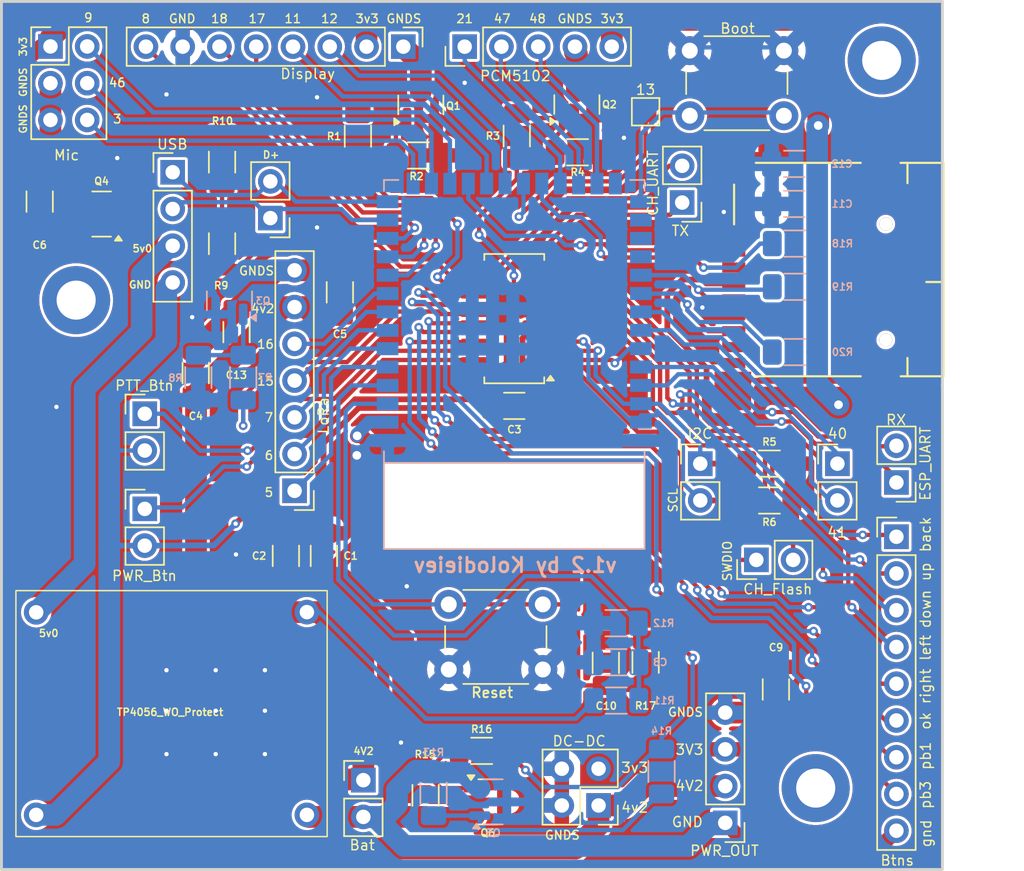
<source format=kicad_pcb>
(kicad_pcb (version 20240108) (generator "pcbnew") (generator_version "8.0")
  (layers (0 "F.Cu" signal) (31 "B.Cu" signal) (34 "B.Paste" user) (35 "F.Paste" user) (36 "B.SilkS" user "B.Silkscreen") (37 "F.SilkS" user "F.Silkscreen") (38 "B.Mask" user) (39 "F.Mask" user) (44 "Edge.Cuts" user))
  (net 0 "")
  (net 1 "+3V3")
  (net 2 "VBUS")
  (net 3 "ESP_RESET")
  (net 4 "CH_RESET")
  (net 5 "Net-(Q1-G)")
  (net 6 "Net-(Q2-G)")
  (net 7 "Net-(Q3-G)")
  (net 8 "DISP_PWR")
  (net 9 "VVAL")
  (net 11 "DATA +")
  (net 12 "DATA -")
  (net 13 "I2C_INT")
  (net 14 "SDA")
  (net 15 "SCL")
  (net 16 "CH_SWIO")
  (net 19 "TX_0")
  (net 20 "RX_0")
  (net 24 "DISP_RST")
  (net 25 "DISP_D{slash}C")
  (net 26 "DISP_BLK")
  (net 27 "LR_TX")
  (net 28 "LR_RX")
  (net 29 "LR_AUX")
  (net 30 "LR_M0")
  (net 31 "LR_M1")
  (net 32 "SPK_LRCK")
  (net 33 "SPK_BCK")
  (net 34 "SPK_DIN")
  (net 35 "MIC_SCK")
  (net 36 "MIC_WS")
  (net 37 "MIC_SD")
  (net 38 "OK_BTN")
  (net 39 "UP_BTN")
  (net 40 "RIGHT_BTN")
  (net 41 "LEFT_BTN")
  (net 42 "BACK_BTN")
  (net 43 "DOWN_BTN")
  (net 44 "Net-(Q4-D)")
  (net 45 "Net-(Q4-G)")
  (net 47 "PTT_BTN")
  (net 48 "CH_RX")
  (net 49 "CH_TX")
  (net 50 "POWER_BTN")
  (net 51 "Net-(Q5-G)")
  (net 52 "Net-(Q6-G)")
  (net 53 "DISP_MOSI")
  (net 54 "ESP_BOOT")
  (net 55 "PB3")
  (net 56 "PB1")
  (net 57 "GPIO41")
  (net 58 "GND")
  (net 59 "GND1")
  (net 60 "SPK_PWR")
  (net 61 "LORA_PWR")
  (net 62 "MIC_PWR")
  (net 63 "BOARD_PWR")
  (net 64 "Net-(Q1-D)")
  (net 65 "Net-(Q2-D)")
  (net 66 "Net-(Q3-D)")
  (net 67 "+4V2")
  (net 68 "DISP_SCK")
  (net 69 "DISP_MISO")
  (net 70 "SD_MISO")
  (net 71 "SD_SCK")
  (net 72 "SD_MOSI")
  (net 73 "GPIO40")
  (net 74 "SD_CS")
  (footprint "Connector_PinHeader_2.54mm:PinHeader_1x02_P2.54mm_Vertical" (layer "F.Cu") (at 297.275 214.325)
    (property "Reference" "J10" (hide yes))
    (property "Value" "I2C")
  )
  (footprint "Connector_PinHeader_2.54mm:PinHeader_1x04_P2.54mm_Vertical" (layer "F.Cu") (at 299 239.15 180)
    (property "Reference" "J7" (hide yes))
    (property "Value" "PWR_OUT")
  )
  (footprint "custom:J_SD_Card-micro_socket_A" (layer "F.Cu") (at 306.610927 201.782516 -90)
    (property "Reference" "J14" (hide yes))
    (property "Value" "Micro_SD_Card" (hide yes))
  )
  (footprint "Capacitor_SMD:C_1206_3216Metric_Pad1.33x1.80mm_HandSolder" (layer "F.Cu") (at 268.65 220.7 90)
    (property "Reference" "C2")
    (property "Value" "10uF")
  )
  (footprint "TestPoint:TestPoint_Pad_1.5x1.5mm" (layer "F.Cu") (at 293.5 190)
    (property "Reference" "J16" (hide yes))
    (property "Value" "DISP_MISO" (hide yes))
  )
  (footprint "Package_TO_SOT_SMD:SOT-23" (layer "F.Cu") (at 288.75 189.5 90)
    (property "Reference" "Q2")
    (property "Value" "A09T" (hide yes))
  )
  (footprint "Capacitor_SMD:C_1206_3216Metric_Pad1.33x1.80mm_HandSolder" (layer "F.Cu") (at 302.5 229.93 -90)
    (property "Reference" "C9")
    (property "Value" "10uF")
  )
  (footprint "Capacitor_SMD:C_1206_3216Metric_Pad1.33x1.80mm_HandSolder" (layer "F.Cu") (at 272.38 202.48 90)
    (property "Reference" "C5")
    (property "Value" "100nF")
  )
  (footprint "MountingHole:MountingHole_2.7mm_M2.5_DIN965_Pad" (layer "F.Cu") (at 254.16 203.02)
    (property "Reference" "H2" (hide yes))
    (property "Value" "MountingHole" (hide yes))
  )
  (footprint "Connector_PinHeader_2.54mm:PinHeader_1x02_P2.54mm_Vertical" (layer "F.Cu") (at 301.15 220.975 90)
    (property "Reference" "J13" (hide yes))
    (property "Value" "CH_Flash")
  )
  (footprint "Resistor_SMD:R_1206_3216Metric_Pad1.30x1.75mm_HandSolder" (layer "F.Cu") (at 278.3 237.25 90)
    (property "Reference" "R15")
    (property "Value" "47K")
  )
  (footprint "Connector_PinHeader_2.54mm:PinHeader_2x02_P2.54mm_Vertical" (layer "F.Cu") (at 290.25 237.95 180)
    (property "Reference" "U8" (hide yes))
    (property "Value" "DC-DC")
  )
  (footprint "MountingHole:MountingHole_2.7mm_M2.5_DIN965_Pad" (layer "F.Cu") (at 305.25 236.75)
    (property "Reference" "H3" (hide yes))
    (property "Value" "MountingHole" (hide yes))
  )
  (footprint "Button_Switch_THT:SW_PUSH_6mm" (layer "F.Cu") (at 286.4 228.55 180)
    (property "Reference" "SW1" (hide yes))
    (property "Value" "Reset")
  )
  (footprint "Capacitor_SMD:C_1206_3216Metric_Pad1.33x1.80mm_HandSolder" (layer "F.Cu") (at 251.64 196.21 -90)
    (property "Reference" "C6")
    (property "Value" "100nF")
  )
  (footprint "Connector_PinHeader_2.54mm:PinHeader_1x02_P2.54mm_Vertical" (layer "F.Cu") (at 258.9 210.875)
    (property "Reference" "J6" (hide yes))
    (property "Value" "PTT_Btn")
  )
  (footprint "Capacitor_SMD:C_1206_3216Metric_Pad1.33x1.80mm_HandSolder" (layer "F.Cu") (at 290.75 228.09 -90)
    (property "Reference" "C10")
    (property "Value" "1uF")
  )
  (footprint "Sensor_Current:Allegro_QSOP-24_3.9x8.7mm_P0.635mm" (layer "F.Cu") (at 284.425 204.3 180)
    (property "Reference" "U4" (hide yes))
    (property "Value" "CH32V006E8R6" (hide yes))
  )
  (footprint "Resistor_SMD:R_1206_3216Metric_Pad1.30x1.75mm_HandSolder" (layer "F.Cu") (at 288.8 192.8)
    (property "Reference" "R4")
    (property "Value" "47K")
  )
  (footprint "Connector_PinHeader_2.54mm:PinHeader_1x02_P2.54mm_Vertical" (layer "F.Cu") (at 310.825 215.625 180)
    (property "Reference" "J11" (hide yes))
    (property "Value" "ESP_UART")
  )
  (footprint "Package_TO_SOT_SMD:SOT-23" (layer "F.Cu") (at 255.92 197.07 180)
    (property "Reference" "Q4")
    (property "Value" "A09T" (hide yes))
  )
  (footprint "Connector_PinHeader_2.54mm:PinHeader_1x08_P2.54mm_Vertical" (layer "F.Cu") (at 276.76 185.5 -90)
    (property "Reference" "U2" (hide yes))
    (property "Value" "Display")
  )
  (footprint "Connector_PinHeader_2.54mm:PinHeader_1x02_P2.54mm_Vertical" (layer "F.Cu") (at 306.75 214.325)
    (property "Reference" "J8" (hide yes))
    (property "Value" "40")
  )
  (footprint "Capacitor_SMD:C_1206_3216Metric_Pad1.33x1.80mm_HandSolder" (layer "F.Cu") (at 265.24 205.23 90)
    (property "Reference" "C13")
    (property "Value" "10uF")
  )
  (footprint "Connector_PinHeader_2.54mm:PinHeader_1x02_P2.54mm_Vertical" (layer "F.Cu") (at 296.025 196.275 180)
    (property "Reference" "J12" (hide yes))
    (property "Value" "CH_UART")
  )
  (footprint "Resistor_SMD:R_1206_3216Metric_Pad1.30x1.75mm_HandSolder" (layer "F.Cu") (at 302.05 216.868229)
    (property "Reference" "R6")
    (property "Value" "10K")
  )
  (footprint "Connector_PinHeader_2.54mm:PinHeader_1x02_P2.54mm_Vertical" (layer "F.Cu") (at 274 236.2)
    (property "Reference" "J3" (hide yes))
    (property "Value" "Bat")
  )
  (footprint "Resistor_SMD:R_1206_3216Metric_Pad1.30x1.75mm_HandSolder" (layer "F.Cu") (at 273.625 191.7 90)
    (property "Reference" "R1")
    (property "Value" "22")
  )
  (footprint "Resistor_SMD:R_1206_3216Metric_Pad1.30x1.75mm_HandSolder" (layer "F.Cu") (at 264.24 193.48 90)
    (property "Reference" "R10")
    (property "Value" "47K")
  )
  (footprint "custom:Charge_Controller_TP4056_WO_Protect" (layer "F.Cu") (at 250 223.1)
    (property "Reference" "J2" (hide yes))
    (property "Value" "TP4056_WO_Protect")
  )
  (footprint "Capacitor_SMD:C_1206_3216Metric_Pad1.33x1.80mm_HandSolder" (layer "F.Cu") (at 271.275 220.7 90)
    (property "Reference" "C1")
    (property "Value" "100nF")
  )
  (footprint "Connector_PinHeader_2.54mm:PinHeader_1x09_P2.54mm_Vertical" (layer "F.Cu") (at 310.825 219.375)
    (property "Reference" "J5" (hide yes))
    (property "Value" "BTNS" (hide yes))
  )
  (footprint "Button_Switch_THT:SW_PUSH_6mm" (layer "F.Cu") (at 296.55 185.775)
    (property "Reference" "SW2" (hide yes))
    (property "Value" "Boot")
  )
  (footprint "Capacitor_SMD:C_1206_3216Metric_Pad1.33x1.80mm_HandSolder" (layer "F.Cu") (at 284.425 210.33)
    (property "Reference" "C3")
    (property "Value" "1uF")
  )
  (footprint "Connector_PinHeader_2.54mm:PinHeader_1x02_P2.54mm_Vertical" (layer "F.Cu") (at 258.9 217.45)
    (property "Reference" "J4" (hide yes))
    (property "Value" "PWR_Btn")
  )
  (footprint "Package_TO_SOT_SMD:SOT-23" (layer "F.Cu") (at 282.6 237.7)
    (property "Reference" "Q6")
    (property "Value" "A09T" (hide yes))
  )
  (footprint "Resistor_SMD:R_1206_3216Metric_Pad1.30x1.75mm_HandSolder" (layer "F.Cu") (at 302.05 214.321432 180)
    (property "Reference" "R5")
    (property "Value" "10K")
  )
  (footprint "Connector_PinHeader_2.54mm:PinHeader_1x04_P2.54mm_Vertical" (layer "F.Cu") (at 260.83 194.18)
    (property "Reference" "J1" (hide yes))
    (property "Value" "USB")
  )
  (footprint "MountingHole:MountingHole_2.7mm_M2.5_DIN965_Pad" (layer "F.Cu") (at 309.81 186.45)
    (property "Reference" "H1" (hide yes))
    (property "Value" "MountingHole" (hide yes))
  )
  (footprint "Capacitor_SMD:C_1206_3216Metric_Pad1.33x1.80mm_HandSolder" (layer "F.Cu") (at 262.42 208.06 90)
    (property "Reference" "C4")
    (property "Value" "10uF")
  )
  (footprint "Connector_PinHeader_2.54mm:PinHeader_1x05_P2.54mm_Vertical" (layer "F.Cu") (at 281 185.5 90)
    (property "Reference" "U3" (hide yes))
    (property "Value" "PCM5102")
  )
  (footprint "Resistor_SMD:R_1206_3216Metric_Pad1.30x1.75mm_HandSolder" (layer "F.Cu") (at 277.8 193.02)
    (property "Reference" "R2")
    (property "Value" "47K")
  )
  (footprint "Resistor_SMD:R_1206_3216Metric_Pad1.30x1.75mm_HandSolder" (layer "F.Cu") (at 282.175 234.175 180)
    (property "Reference" "R16")
    (property "Value" "22")
  )
  (footprint "Connector_PinHeader_2.54mm:PinHeader_2x03_P2.54mm_Vertical" (layer "F.Cu") (at 252.385 185.485)
    (property "Reference" "U7" (hide yes))
    (property "Value" "Mic")
  )
  (footprint "Connector_PinHeader_2.54mm:PinHeader_1x07_P2.54mm_Vertical" (layer "F.Cu") (at 269.25 216.2 180)
    (property "Reference" "U5" (hide yes))
    (property "Value" "LoRa")
  )
  (footprint "Resistor_SMD:R_1206_3216Metric_Pad1.30x1.75mm_HandSolder" (layer "F.Cu") (at 284.6 191.675 90)
    (property "Reference" "R3")
    (property "Value" "22")
  )
  (footprint "Resistor_SMD:R_1206_3216Metric_Pad1.30x1.75mm_HandSolder" (layer "F.Cu") (at 264.24 199.12 90)
    (property "Reference" "R9")
    (property "Value" "22")
  )
  (footprint "Resistor_SMD:R_1206_3216Metric_Pad1.30x1.75mm_HandSolder" (layer "F.Cu") (at 293.5 228.06 90)
    (property "Reference" "R17")
    (property "Value" "10K")
  )
  (footprint "Package_TO_SOT_SMD:SOT-23" (layer "F.Cu") (at 277.97 189.53 90)
    (property "Reference" "Q1")
    (property "Value" "A09T" (hide yes))
  )
  (footprint "Connector_PinHeader_2.54mm:PinHeader_1x02_P2.54mm_Vertical" (layer "F.Cu") (at 267.575 197.35 180)
    (property "Reference" "J9" (hide yes))
    (property "Value" "USB_Data" (hide yes))
  )
  (footprint "Resistor_SMD:R_1206_3216Metric_Pad1.30x1.75mm_HandSolder" (layer "B.Cu") (at 303.8 206.611503 180)
    (property "Reference" "R20")
    (property "Value" "22K")
  )
  (footprint "Capacitor_SMD:C_1206_3216Metric_Pad1.33x1.80mm_HandSolder" (layer "B.Cu") (at 303.77 193.603497)
    (property "Reference" "C12")
    (property "Value" "100nF")
  )
  (footprint "Package_TO_SOT_SMD:SOT-23" (layer "B.Cu") (at 264.75 203.0625 90)
    (property "Reference" "Q3")
    (property "Value" "A09T" (hide yes))
  )
  (footprint "Resistor_SMD:R_1206_3216Metric_Pad1.30x1.75mm_HandSolder" (layer "B.Cu") (at 262.6 208.375 -90)
    (property "Reference" "R8")
    (property "Value" "47K")
  )
  (footprint "Resistor_SMD:R_1206_3216Metric_Pad1.30x1.75mm_HandSolder" (layer "B.Cu") (at 303.8 202.1 180)
    (property "Reference" "R19")
    (property "Value" "22K")
  )
  (footprint "Resistor_SMD:R_1206_3216Metric_Pad1.30x1.75mm_HandSolder" (layer "B.Cu") (at 291.45 225.35 180)
    (property "Reference" "R12")
    (property "Value" "100K")
  )
  (footprint "Capacitor_SMD:C_1206_3216Metric_Pad1.33x1.80mm_HandSolder" (layer "B.Cu") (at 291.475 228.05)
    (property "Reference" "C8")
    (property "Value" "100nF")
  )
  (footprint "Resistor_SMD:R_1206_3216Metric_Pad1.30x1.75mm_HandSolder" (layer "B.Cu") (at 294.6 235.6 -90)
    (property "Reference" "R14")
    (property "Value" "22")
  )
  (footprint "Package_TO_SOT_SMD:SOT-23" (layer "B.Cu") (at 282.975 237.7)
    (property "Reference" "Q5")
    (property "Value" "A09T" (hide yes))
  )
  (footprint "Capacitor_SMD:C_1206_3216Metric_Pad1.33x1.80mm_HandSolder" (layer "B.Cu") (at 303.77 196.370664 180)
    (property "Reference" "C11")
    (property "Value" "1uF")
  )
  (footprint "Resistor_SMD:R_1206_3216Metric_Pad1.30x1.75mm_HandSolder" (layer "B.Cu") (at 265.7 208.375 90)
    (property "Reference" "R7")
    (property "Value" "22")
  )
  (footprint "custom:ESP32-S3-WROOM-1" (layer "B.Cu") (at 284.425 204.465)
    (property "Reference" "U1" (hide yes))
    (property "Value" "ESP32-S3-WROOM1" (hide yes))
  )
  (footprint "Resistor_SMD:R_1206_3216Metric_Pad1.30x1.75mm_HandSolder" (layer "B.Cu") (at 303.8 199.112831 180)
    (property "Reference" "R18")
    (property "Value" "22K")
  )
  (footprint "Resistor_SMD:R_1206_3216Metric_Pad1.30x1.75mm_HandSolder" (layer "B.Cu") (at 278.85 237.1 -90)
    (property "Reference" "R13")
    (property "Value" "47K")
  )
  (footprint "Resistor_SMD:R_1206_3216Metric_Pad1.30x1.75mm_HandSolder" (layer "B.Cu") (at 291.475 230.7)
    (property "Reference" "R11")
    (property "Value" "33K")
  )
  (gr_rect (start 249 182.375) (end 314 242.375) (stroke (width 0.2)) (fill none) (layer "Edge.Cuts"))
  (gr_text "v1.2 by Kolodieiev" (at 291.625001 221.925 0) (layer "B.SilkS") (effects (font (size 1 1) (thickness 0.2) (bold yes)) (justify left bottom mirror)))
  (gr_text "4V2" (at 295.5 237 0) (layer "F.SilkS") (effects (font (size 0.7 0.7) (thickness 0.1) (bold yes)) (justify left bottom)))
  (gr_text "3v3" (at 291.75 235.75 0) (layer "F.SilkS") (effects (font (size 0.7 0.7) (thickness 0.1) (bold yes)) (justify left bottom)))
  (gr_text "3v3" (at 274.26 183.57 0) (layer "F.SilkS") (effects (font (size 0.6 0.6) (thickness 0.1) (bold yes))))
  (gr_text "3V3" (at 295.5 234.5 0) (layer "F.SilkS") (effects (font (size 0.7 0.7) (thickness 0.1) (bold yes)) (justify left bottom)))
  (gr_text "12" (at 271.66 183.57 0) (layer "F.SilkS") (effects (font (size 0.6 0.6) (thickness 0.1) (bold yes))))
  (gr_text "GNDS" (at 250.5 187.96 90) (layer "F.SilkS") (effects (font (size 0.5 0.5) (thickness 0.1) (bold yes))))
  (gr_text "48" (at 286.03 183.57 0) (layer "F.SilkS") (effects (font (size 0.6 0.6) (thickness 0.1) (bold yes))))
  (gr_text "17" (at 266.65 183.57 0) (layer "F.SilkS") (effects (font (size 0.6 0.6) (thickness 0.1) (bold yes))))
  (gr_text "6" (at 267.478571 213.76 0) (layer "F.SilkS") (effects (font (size 0.6 0.6) (thickness 0.1) (bold yes))))
  (gr_text "TX" (at 295.9 198.225 0) (layer "F.SilkS") (effects (font (size 0.7 0.7) (thickness 0.1) (bold yes))))
  (gr_text "11" (at 269.13 183.57 0) (layer "F.SilkS") (effects (font (size 0.6 0.6) (thickness 0.1) (bold yes))))
  (gr_text "47" (at 283.592195 183.57 0) (layer "F.SilkS") (effects (font (size 0.6 0.6) (thickness 0.1) (bold yes))))
  (gr_text "46" (at 257 187.99 0) (layer "F.SilkS") (effects (font (size 0.6 0.6) (thickness 0.1) (bold yes))))
  (gr_text "3v3" (at 291.19 183.57 0) (layer "F.SilkS") (effects (font (size 0.6 0.6) (thickness 0.1) (bold yes))))
  (gr_text "right" (at 313.25 231 90) (layer "F.SilkS") (effects (font (size 0.7 0.7) (thickness 0.1) (bold yes)) (justify left bottom)))
  (gr_text "SWDIO" (at 299.5 222.5 90) (layer "F.SilkS") (effects (font (size 0.6 0.6) (thickness 0.1) (bold yes)) (justify left bottom)))
  (gr_text "SCL" (at 295.75 217.75 90) (layer "F.SilkS") (effects (font (size 0.6 0.6) (thickness 0.1) (bold yes)) (justify left bottom)))
  (gr_text "RX" (at 310.8 211.3 0) (layer "F.SilkS") (effects (font (size 0.7 0.7) (thickness 0.1) (bold yes))))
  (gr_text "21" (at 281 183.57 0) (layer "F.SilkS") (effects (font (size 0.6 0.6) (thickness 0.1) (bold yes))))
  (gr_text "15" (at 267.240476 208.62 0) (layer "F.SilkS") (effects (font (size 0.6 0.6) (thickness 0.1) (bold yes))))
  (gr_text "GNDS" (at 287.75 240 0) (layer "F.SilkS") (effects (font (size 0.6 0.6) (thickness 0.1) (bold yes))))
  (gr_text "13" (at 293.5 188.475 0) (layer "F.SilkS") (effects (font (size 0.7 0.7) (thickness 0.1) (bold yes))))
  (gr_text "GNDS" (at 288.622484 183.57 0) (layer "F.SilkS") (effects (font (size 0.6 0.6) (thickness 0.1) (bold yes))))
  (gr_text "5v0" (at 258 199.75 0) (layer "F.SilkS") (effects (font (size 0.5 0.5) (thickness 0.1) (bold yes)) (justify left bottom)))
  (gr_text "GND" (at 257.75 202.25 0) (layer "F.SilkS") (effects (font (size 0.5 0.5) (thickness 0.1) (bold yes)) (justify left bottom)))
  (gr_text "down" (at 313.25 225.75 90) (layer "F.SilkS") (effects (font (size 0.7 0.7) (thickness 0.1) (bold yes)) (justify left bottom)))
  (gr_text "8" (at 258.97 183.57 0) (layer "F.SilkS") (effects (font (size 0.6 0.6) (thickness 0.1) (bold yes))))
  (gr_text "left" (at 313.25 228 90) (layer "F.SilkS") (effects (font (size 0.7 0.7) (thickness 0.1) (bold yes)) (justify left bottom)))
  (gr_text "GNDS" (at 250.5 190.5 90) (layer "F.SilkS") (effects (font (size 0.5 0.5) (thickness 0.1) (bold yes))))
  (gr_text "3" (at 257 190.5 0) (layer "F.SilkS") (effects (font (size 0.6 0.6) (thickness 0.1) (bold yes))))
  (gr_text "up" (at 313.25 222.5 90) (layer "F.SilkS") (effects (font (size 0.7 0.7) (thickness 0.1) (bold yes)) (justify left bottom)))
  (gr_text "5v0" (at 251.53 226.34 0) (layer "F.SilkS") (effects (font (size 0.5 0.5) (thickness 0.1) (bold yes)) (justify left bottom)))
  (gr_text "16" (at 267.240476 206.07 0) (layer "F.SilkS") (effects (font (size 0.6 0.6) (thickness 0.1) (bold yes))))
  (gr_text "GNDS" (at 266.62 201 0) (layer "F.SilkS") (effects (font (size 0.6 0.6) (thickness 0.1) (bold yes))))
  (gr_text "GNDS" (at 276.8 183.57 0) (layer "F.SilkS") (effects (font (size 0.6 0.6) (thickness 0.1) (bold yes))))
  (gr_text "4v2" (at 291.75 238.5 0) (layer "F.SilkS") (effects (font (size 0.7 0.7) (thickness 0.1) (bold yes)) (justify left bottom)))
  (gr_text "18" (at 264.06 183.57 0) (layer "F.SilkS") (effects (font (size 0.6 0.6) (thickness 0.1) (bold yes))))
  (gr_text "9" (at 255 183.5 0) (layer "F.SilkS") (effects (font (size 0.6 0.6) (thickness 0.1) (bold yes))))
  (gr_text "pb3" (at 313.25 238.25 90) (layer "F.SilkS") (effects (font (size 0.7 0.7) (thickness 0.1) (bold yes)) (justify left bottom)))
  (gr_text "3v3" (at 250.5 185.5 90) (layer "F.SilkS") (effects (font (size 0.5 0.5) (thickness 0.1) (bold yes))))
  (gr_text "GND" (at 261.49 183.57 0) (layer "F.SilkS") (effects (font (size 0.6 0.6) (thickness 0.1) (bold yes))))
  (gr_text "4v2" (at 267.05 203.61 0) (layer "F.SilkS") (effects (font (size 0.6 0.6) (thickness 0.1) (bold yes))))
  (gr_text "5" (at 267.478571 216.31 0) (layer "F.SilkS") (effects (font (size 0.6 0.6) (thickness 0.1) (bold yes))))
  (gr_text "41" (at 306.73 219.07 0) (layer "F.SilkS") (effects (font (size 0.7 0.7) (thickness 0.1) (bold yes))))
  (gr_text "gnd" (at 313.29 240.9 90) (layer "F.SilkS") (effects (font (size 0.7 0.7) (thickness 0.1) (bold yes)) (justify left bottom)))
  (gr_text "7" (at 267.478571 211.13 0) (layer "F.SilkS") (effects (font (size 0.6 0.6) (thickness 0.1) (bold yes))))
  (gr_text "Btns" (at 310.88 241.75 0) (layer "F.SilkS") (effects (font (size 0.7 0.7) (thickness 0.1) (bold yes))))
  (gr_text "4V2" (at 273.26 234.49 0) (layer "F.SilkS") (effects (font (size 0.5 0.5) (thickness 0.1) (bold yes)) (justify left bottom)))
  (gr_text "ok" (at 313.25 232.77 90) (layer "F.SilkS") (effects (font (size 0.7 0.7) (thickness 0.1) (bold yes)) (justify left bottom)))
  (gr_text "pb1" (at 313.25 235.55 90) (layer "F.SilkS") (effects (font (size 0.7 0.7) (thickness 0.1) (bold yes)) (justify left bottom)))
  (gr_text "back" (at 313.25 220.5 90) (layer "F.SilkS") (effects (font (size 0.7 0.7) (thickness 0.1) (bold yes)) (justify left bottom)))
  (gr_text "GND" (at 295.25 239.5 0) (layer "F.SilkS") (effects (font (size 0.7 0.7) (thickness 0.1) (bold yes)) (justify left bottom)))
  (gr_text "GNDS" (at 296.25 231.5 0) (layer "F.SilkS") (effects (font (size 0.6 0.6) (thickness 0.1) (bold yes))))
  (gr_text "D+" (at 267 193.27 0) (layer "F.SilkS") (effects (font (size 0.5 0.5) (thickness 0.1) (bold yes)) (justify left bottom)))
  (segment (start 296.025 201.6) (end 295 202.625) (width 0.4) (layer "F.Cu") (net 1))
  (segment (start 274.22 185.5) (end 274.22 183.68) (width 1.5) (layer "F.Cu") (net 1))
  (segment (start 268.65 222.2625) (end 271.275 222.2625) (width 1) (layer "F.Cu") (net 1))
  (segment (start 251.715 185.485) (end 250.04 187.16) (width 1) (layer "F.Cu") (net 1))
  (segment (start 252.385 184.915) (end 252.385 185.485) (width 1.5) (layer "F.Cu") (net 1))
  (segment (start 273.897056 212.4) (end 274.75 213.252944) (width 1) (layer "F.Cu") (net 1))
  (segment (start 289.375 231.75) (end 277.75 231.75) (width 1.5) (layer "F.Cu") (net 1))
  (segment (start 297.71 207.703756) (end 297.71 209.47) (width 0.4) (layer "F.Cu") (net 1))
  (segment (start 277.75 231.75) (end 276.75 230.75) (width 1.5) (layer "F.Cu") (net 1))
  (segment (start 274.25 214.747056) (end 274.25 219.2875) (width 1) (layer "F.Cu") (net 1))
  (segment (start 276.75 226.5) (end 272.5125 222.2625) (width 1.5) (layer "F.Cu") (net 1))
  (segment (start 291.16 183.685) (end 291.125 183.65) (width 1.5) (layer "F.Cu") (net 1))
  (segment (start 305.425 185.092283) (end 303.982717 183.65) (width 1.5) (layer "F.Cu") (net 1))
  (segment (start 295 204.993756) (end 297.71 207.703756) (width 0.4) (layer "F.Cu") (net 1))
  (segment (start 274.35 183.65) (end 274.3 183.6) (width 1.5) (layer "F.Cu") (net 1))
  (segment (start 303.982717 183.65) (end 291.125 183.65) (width 1.5) (layer "F.Cu") (net 1))
  (segment (start 274.22 183.68) (end 274.3 183.6) (width 1.5) (layer "F.Cu") (net 1))
  (segment (start 295 202.625) (end 295 204.993756) (width 0.4) (layer "F.Cu") (net 1))
  (segment (start 299.586556 201.87) (end 297.69995 201.87) (width 0.4) (layer "F.Cu") (net 1))
  (segment (start 299.589072 201.867484) (end 299.586556 201.87) (width 0.4) (layer "F.Cu") (net 1))
  (segment (start 274.75 213.252944) (end 274.75 214.247056) (width 1) (layer "F.Cu") (net 1))
  (segment (start 252.385 185.485) (end 251.715 185.485) (width 1) (layer "F.Cu") (net 1))
  (segment (start 297.42995 201.6) (end 296.025 201.6) (width 0.4) (layer "F.Cu") (net 1))
  (segment (start 297.69995 201.87) (end 297.42995 201.6) (width 0.4) (layer "F.Cu") (net 1))
  (segment (start 274.75 214.247056) (end 274.25 214.747056) (width 1) (layer "F.Cu") (net 1))
  (segment (start 250.04 196.1725) (end 251.64 197.7725) (width 1) (layer "F.Cu") (net 1))
  (segment (start 253.7 183.6) (end 252.385 184.915) (width 1.5) (layer "F.Cu") (net 1))
  (segment (start 305.425 190.95) (end 305.425 185.092283) (width 1.5) (layer "F.Cu") (net 1))
  (segment (start 273.575 212.4) (end 273.897056 212.4) (width 1) (layer "F.Cu") (net 1))
  (segment (start 291.125 183.65) (end 274.35 183.65) (width 1.5) (layer "F.Cu") (net 1))
  (segment (start 250.04 187.16) (end 250.04 196.1725) (width 1) (layer "F.Cu") (net 1))
  (segment (start 276.75 230.75) (end 276.75 226.5) (width 1.5) (layer "F.Cu") (net 1))
  (segment (start 274.3 183.6) (end 253.7 183.6) (width 1.5) (layer "F.Cu") (net 1))
  (segment (start 272.5125 222.2625) (end 271.275 222.2625) (width 1.5) (layer "F.Cu") (net 1))
  (segment (start 274.25 219.2875) (end 271.275 222.2625) (width 1) (layer "F.Cu") (net 1))
  (segment (start 291.16 185.5) (end 291.16 183.685) (width 1.5) (layer "F.Cu") (net 1))
  (via (at 273.575 212.4) (size 0.75) (drill 0.6) (layers "F.Cu" "B.Cu") (net 1))
  (via (at 306.825 210.25) (size 0.75) (drill 0.6) (layers "F.Cu" "B.Cu") (net 1))
  (via (at 305.425 190.95) (size 0.75) (drill 0.6) (layers "F.Cu" "B.Cu") (net 1))
  (segment (start 274.395 211.455) (end 275.675 211.455) (width 0.9) (layer "B.Cu") (net 1))
  (segment (start 305.35 206.611503) (end 305.35 208.775) (width 1.5) (layer "B.Cu") (net 1))
  (segment (start 273.575 212.275) (end 274.395 211.455) (width 0.9) (layer "B.Cu") (net 1))
  (segment (start 305.35 208.775) (end 306.825 210.25) (width 1.5) (layer "B.Cu") (net 1))
  (segment (start 273.575 212.4) (end 273.575 212.275) (width 0.9) (layer "B.Cu") (net 1))
  (segment (start 305.35 191.025) (end 305.35 206.611503) (width 1.5) (layer "B.Cu") (net 1))
  (segment (start 305.425 190.95) (end 305.35 191.025) (width 1.5) (layer "B.Cu") (net 1))
  (segment (start 260.64 199.26) (end 258.688153 201.211847) (width 1.5) (layer "B.Cu") (net 2))
  (segment (start 260.83 199.26) (end 260.64 199.26) (width 1.5) (layer "B.Cu") (net 2))
  (segment (start 254.75 209.115836) (end 254.75 221.25) (width 1.5) (layer "B.Cu") (net 2))
  (segment (start 258.688153 201.211847) (end 258.688153 205.177683) (width 1.5) (layer "B.Cu") (net 2))
  (segment (start 254.75 221.25) (end 251.4 224.6) (width 1.5) (layer "B.Cu") (net 2))
  (segment (start 258.688153 205.177683) (end 254.75 209.115836) (width 1.5) (layer "B.Cu") (net 2))
  (segment (start 293.49 226.5) (end 290.25 226.5) (width 0.3) (layer "F.Cu") (net 3))
  (segment (start 287.8 224.05) (end 286.4 224.05) (width 0.3) (layer "F.Cu") (net 3))
  (segment (start 290.25 226.5) (end 287.8 224.05) (width 0.3) (layer "F.Cu") (net 3))
  (segment (start 286.4 224.05) (end 279.9 224.05) (width 0.3) (layer "F.Cu") (net 3))
  (segment (start 293.5 226.51) (end 293.49 226.5) (width 0.3) (layer "F.Cu") (net 3))
  (segment (start 272.775 222.142894) (end 274.682106 224.05) (width 0.3) (layer "B.Cu") (net 3))
  (segment (start 273.29 210.185) (end 272.775 210.7) (width 0.3) (layer "B.Cu") (net 3))
  (segment (start 274.682106 224.05) (end 279.9 224.05) (width 0.3) (layer "B.Cu") (net 3))
  (segment (start 272.775 210.7) (end 272.775 222.142894) (width 0.3) (layer "B.Cu") (net 3))
  (segment (start 275.675 210.185) (end 273.29 210.185) (width 0.3) (layer "B.Cu") (net 3))
  (segment (start 294 210.507106) (end 296.552894 213.06) (width 0.3) (layer "F.Cu") (net 4))
  (segment (start 301.75 218) (end 303.69 219.94) (width 0.3) (layer "F.Cu") (net 4))
  (segment (start 296.552894 213.06) (end 301.119024 213.06) (width 0.3) (layer "F.Cu") (net 4))
  (segment (start 301.119024 213.06) (end 301.75 213.690976) (width 0.3) (layer "F.Cu") (net 4))
  (segment (start 301.75 213.690976) (end 301.75 218) (width 0.3) (layer "F.Cu") (net 4))
  (segment (start 294 207.6) (end 294 210.507106) (width 0.3) (layer "F.Cu") (net 4))
  (segment (start 303.69 219.94) (end 303.69 220.975) (width 0.3) (layer "F.Cu") (net 4))
  (segment (start 286.925 203.9825) (end 290.3825 203.9825) (width 0.3) (layer "F.Cu") (net 4))
  (segment (start 290.3825 203.9825) (end 294 207.6) (width 0.3) (layer "F.Cu") (net 4))
  (segment (start 277.02 190.4675) (end 276.83 190.2775) (width 0.3) (layer "F.Cu") (net 5))
  (segment (start 276.83 190.2775) (end 273.6025 190.2775) (width 0.3) (layer "F.Cu") (net 5))
  (segment (start 273.6025 190.2775) (end 273.55 190.225) (width 0.3) (layer "F.Cu") (net 5))
  (segment (start 277.02 190.4675) (end 276.25 191.2375) (width 0.3) (layer "F.Cu") (net 5))
  (segment (start 276.25 191.2375) (end 276.25 193.02) (width 0.3) (layer "F.Cu") (net 5))
  (segment (start 287.8 190.4375) (end 287.8 191.2) (width 0.3) (layer "F.Cu") (net 6))
  (segment (start 284.6 190.125) (end 284.9125 190.4375) (width 0.3) (layer "F.Cu") (net 6))
  (segment (start 287.25 191.75) (end 287.25 192.8) (width 0.3) (layer "F.Cu") (net 6))
  (segment (start 284.9125 190.4375) (end 287.8 190.4375) (width 0.3) (layer "F.Cu") (net 6))
  (segment (start 287.8 191.2) (end 287.25 191.75) (width 0.3) (layer "F.Cu") (net 6))
  (segment (start 265.7 206.825) (end 265.7 204) (width 0.3) (layer "B.Cu") (net 7))
  (segment (start 262.6 206.825) (end 265.7 206.825) (width 0.3) (layer "B.Cu") (net 7))
  (segment (start 278.71 195.96) (end 275.72 195.96) (width 0.3) (layer "F.Cu") (net 8))
  (segment (start 279.11875 201.40625) (end 279.79 202.0775) (width 0.3) (layer "F.Cu") (net 8))
  (segment (start 273.55 193.79) (end 273.55 193.325) (width 0.3) (layer "F.Cu") (net 8))
  (segment (start 279.79 202.0775) (end 281.925 202.0775) (width 0.3) (layer "F.Cu") (net 8))
  (segment (start 275.72 195.96) (end 273.55 193.79) (width 0.3) (layer "F.Cu") (net 8))
  (segment (start 280.5 197.75) (end 278.71 195.96) (width 0.3) (layer "F.Cu") (net 8))
  (via (at 280.5 197.75) (size 0.6) (drill 0.3) (layers "F.Cu" "B.Cu") (net 8))
  (via (at 279.11875 201.40625) (size 0.6) (drill 0.3) (layers "F.Cu" "B.Cu") (net 8))
  (segment (start 280.5 200.025) (end 279.11875 201.40625) (width 0.3) (layer "B.Cu") (net 8))
  (segment (start 280.5 197.75) (end 280.5 200.025) (width 0.3) (layer "B.Cu") (net 8))
  (segment (start 293.0375 230.6875) (end 293.025 230.7) (width 0.3) (layer "B.Cu") (net 9))
  (segment (start 293.0375 228.05) (end 293.0375 230.6875) (width 0.3) (layer "B.Cu") (net 9))
  (segment (start 293 225.35) (end 293 228.0125) (width 0.3) (layer "B.Cu") (net 9))
  (segment (start 293 228.0125) (end 293.0375 228.05) (width 0.3) (layer "B.Cu") (net 9))
  (segment (start 285.15 222.1) (end 281.05 226.2) (width 0.3) (layer "B.Cu") (net 9))
  (segment (start 276.125 226.2) (end 272.275 222.35) (width 0.3) (layer "B.Cu") (net 9))
  (segment (start 273.21 208.915) (end 275.675 208.915) (width 0.3) (layer "B.Cu") (net 9))
  (segment (start 293 225.35) (end 289.75 222.1) (width 0.3) (layer "B.Cu") (net 9))
  (segment (start 272.275 209.85) (end 273.21 208.915) (width 0.3) (layer "B.Cu") (net 9))
  (segment (start 281.05 226.2) (end 276.125 226.2) (width 0.3) (layer "B.Cu") (net 9))
  (segment (start 289.75 222.1) (end 285.15 222.1) (width 0.3) (layer "B.Cu") (net 9))
  (segment (start 272.275 222.35) (end 272.275 209.85) (width 0.3) (layer "B.Cu") (net 9))
  (segment (start 275.67 196.21) (end 275.675 196.215) (width 0.3) (layer "B.Cu") (net 11))
  (segment (start 269.335 196.21) (end 275.67 196.21) (width 0.3) (layer "B.Cu") (net 11))
  (segment (start 267.575 194.81) (end 266.635 195.75) (width 0.3) (layer "B.Cu") (net 11))
  (segment (start 267.935 194.81) (end 269.335 196.21) (width 0.3) (layer "B.Cu") (net 11))
  (segment (start 267.575 194.81) (end 267.935 194.81) (width 0.3) (layer "B.Cu") (net 11))
  (segment (start 262.4 195.75) (end 260.83 194.18) (width 0.3) (layer "B.Cu") (net 11))
  (segment (start 266.635 195.75) (end 262.4 195.75) (width 0.3) (layer "B.Cu") (net 11))
  (segment (start 260.83 196.72) (end 261.3 196.25) (width 0.3) (layer "B.Cu") (net 12))
  (segment (start 273.235 197.485) (end 275.675 197.485) (width 0.3) (layer "B.Cu") (net 12))
  (segment (start 268.2 196.725) (end 272.475 196.725) (width 0.3) (layer "B.Cu") (net 12))
  (segment (start 267.575 197.35) (end 268.2 196.725) (width 0.3) (layer "B.Cu") (net 12))
  (segment (start 266.475 196.25) (end 267.575 197.35) (width 0.3) (layer "B.Cu") (net 12))
  (segment (start 272.475 196.725) (end 273.235 197.485) (width 0.3) (layer "B.Cu") (net 12))
  (segment (start 261.3 196.25) (end 266.475 196.25) (width 0.3) (layer "B.Cu") (net 12))
  (segment (start 291.375 207.375) (end 291.1575 207.1575) (width 0.3) (layer "F.Cu") (net 13))
  (segment (start 291.1575 207.1575) (end 287.3 207.1575) (width 0.3) (layer "F.Cu") (net 13))
  (via (at 291.375 207.375) (size 0.6) (drill 0.3) (layers "F.Cu" "B.Cu") (net 13))
  (segment (start 291.375 207.375) (end 292.375 206.375) (width 0.3) (layer "B.Cu") (net 13))
  (segment (start 292.375 206.375) (end 293.175 206.375) (width 0.3) (layer "B.Cu") (net 13))
  (segment (start 290.2 206.5075) (end 290.1825 206.525) (width 0.3) (layer "F.Cu") (net 14))
  (segment (start 300.275 214.321432) (end 297.278568 214.321432) (width 0.4) (layer "F.Cu") (net 14))
  (segment (start 290.1825 206.525) (end 287.3025 206.525) (width 0.3) (layer "F.Cu") (net 14))
  (segment (start 297.278568 214.321432) (end 297.275 214.325) (width 0.4) (layer "F.Cu") (net 14))
  (segment (start 287.3025 206.525) (end 287.3 206.5225) (width 0.3) (layer "F.Cu") (net 14))
  (via (at 290.2 206.5075) (size 0.6) (drill 0.3) (layers "F.Cu" "B.Cu") (net 14))
  (segment (start 291.982106 210.185) (end 293.175 210.185) (width 0.3) (layer "B.Cu") (net 14))
  (segment (start 290.05 208.252894) (end 291.982106 210.185) (width 0.3) (layer "B.Cu") (net 14))
  (segment (start 294.492106 210.185) (end 297.275 212.967894) (width 0.3) (layer "B.Cu") (net 14))
  (segment (start 297.275 212.967894) (end 297.275 214.325) (width 0.3) (layer "B.Cu") (net 14))
  (segment (start 293.175 210.185) (end 294.492106 210.185) (width 0.3) (layer "B.Cu") (net 14))
  (segment (start 290.05 206.6575) (end 290.05 208.252894) (width 0.3) (layer "B.Cu") (net 14))
  (segment (start 290.2 206.5075) (end 290.05 206.6575) (width 0.3) (layer "B.Cu") (net 14))
  (segment (start 289.2 205.875) (end 289.1875 205.8875) (width 0.3) (layer "F.Cu") (net 15))
  (segment (start 297.278229 216.868229) (end 297.275 216.865) (width 0.4) (layer "F.Cu") (net 15))
  (segment (start 289.1875 205.8875) (end 287.3 205.8875) (width 0.3) (layer "F.Cu") (net 15))
  (segment (start 300.275 216.868229) (end 297.278229 216.868229) (width 0.4) (layer "F.Cu") (net 15))
  (via (at 289.2 205.875) (size 0.6) (drill 0.3) (layers "F.Cu" "B.Cu") (net 15))
  (segment (start 294.285 210.685) (end 296.075 212.475) (width 0.3) (layer "B.Cu") (net 15))
  (segment (start 293.175 211.455) (end 293.175 210.985) (width 0.3) (layer "B.Cu") (net 15))
  (segment (start 296.075 215.665) (end 297.275 216.865) (width 0.3) (layer "B.Cu") (net 15))
  (segment (start 296.075 212.475) (end 296.075 215.665) (width 0.3) (layer "B.Cu") (net 15))
  (segment (start 289.55 206.238261) (end 289.55 208.46) (width 0.3) (layer "B.Cu") (net 15))
  (segment (start 294.275 210.685) (end 294.285 210.685) (width 0.3) (layer "B.Cu") (net 15))
  (segment (start 289.2 205.875) (end 289.556631 206.231631) (width 0.3) (layer "B.Cu") (net 15))
  (segment (start 293.175 210.985) (end 294.275 210.985) (width 0.3) (layer "B.Cu") (net 15))
  (segment (start 294.275 210.985) (end 294.275 210.685) (width 0.3) (layer "B.Cu") (net 15))
  (segment (start 292.545 211.455) (end 293.175 211.455) (width 0.3) (layer "B.Cu") (net 15))
  (segment (start 289.556631 206.231631) (end 289.55 206.238261) (width 0.3) (layer "B.Cu") (net 15))
  (segment (start 289.55 208.46) (end 292.545 211.455) (width 0.3) (layer "B.Cu") (net 15))
  (segment (start 295.95 213.749441) (end 295.95 219.611644) (width 0.3) (layer "F.Cu") (net 16))
  (segment (start 294.315559 212.115) (end 295.95 213.749441) (width 0.3) (layer "F.Cu") (net 16))
  (segment (start 286.925 207.7925) (end 288.6175 207.7925) (width 0.3) (layer "F.Cu") (net 16))
  (segment (start 292.94 212.115) (end 294.315559 212.115) (width 0.3) (layer "F.Cu") (net 16))
  (segment (start 295.95 219.611644) (end 297.313356 220.975) (width 0.3) (layer "F.Cu") (net 16))
  (segment (start 297.313356 220.975) (end 301.15 220.975) (width 0.3) (layer "F.Cu") (net 16))
  (segment (start 288.6175 207.7925) (end 292.94 212.115) (width 0.3) (layer "F.Cu") (net 16))
  (segment (start 305.217106 212.95) (end 308.442894 212.95) (width 0.3) (layer "F.Cu") (net 19))
  (segment (start 302.893656 211.410001) (end 303.677107 211.410001) (width 0.3) (layer "F.Cu") (net 19))
  (segment (start 310.825 215.332106) (end 310.825 215.625) (width 0.3) (layer "F.Cu") (net 19))
  (segment (start 303.677107 211.410001) (end 305.217106 212.95) (width 0.3) (layer "F.Cu") (net 19))
  (segment (start 308.442894 212.95) (end 310.825 215.332106) (width 0.3) (layer "F.Cu") (net 19))
  (via (at 302.893656 211.410001) (size 0.6) (drill 0.3) (layers "F.Cu" "B.Cu") (net 19))
  (segment (start 302.893656 211.410001) (end 301.236453 211.410001) (width 0.3) (layer "B.Cu") (net 19))
  (segment (start 297.971452 208.145) (end 295.75 208.145) (width 0.3) (layer "B.Cu") (net 19))
  (segment (start 301.236453 211.410001) (end 297.971452 208.145) (width 0.3) (layer "B.Cu") (net 19))
  (segment (start 294.98 208.915) (end 293.175 208.915) (width 0.3) (layer "B.Cu") (net 19))
  (segment (start 295.75 208.145) (end 294.98 208.915) (width 0.3) (layer "B.Cu") (net 19))
  (segment (start 308.650001 212.45) (end 309.325001 213.125) (width 0.3) (layer "F.Cu") (net 20))
  (segment (start 303.734214 210.760002) (end 305.424212 212.45) (width 0.3) (layer "F.Cu") (net 20))
  (segment (start 309.325001 213.125) (end 310.785 213.125) (width 0.3) (layer "F.Cu") (net 20))
  (segment (start 305.424212 212.45) (end 308.650001 212.45) (width 0.3) (layer "F.Cu") (net 20))
  (segment (start 302.243657 210.760002) (end 303.734214 210.760002) (width 0.3) (layer "F.Cu") (net 20))
  (segment (start 310.785 213.125) (end 310.825 213.085) (width 0.3) (layer "F.Cu") (net 20))
  (via (at 302.243657 210.760002) (size 0.6) (drill 0.3) (layers "F.Cu" "B.Cu") (net 20))
  (segment (start 301.293561 210.760002) (end 298.178559 207.645) (width 0.3) (layer "B.Cu") (net 20))
  (segment (start 298.178559 207.645) (end 293.175 207.645) (width 0.3) (layer "B.Cu") (net 20))
  (segment (start 302.243657 210.760002) (end 301.293561 210.760002) (width 0.3) (layer "B.Cu") (net 20))
  (segment (start 279 197.848654) (end 277.611346 196.46) (width 0.3) (layer "F.Cu") (net 24))
  (segment (start 279 199.25) (end 279 197.848654) (width 0.3) (layer "F.Cu") (net 24))
  (segment (start 277.611346 196.46) (end 274.21 196.46) (width 0.3) (layer "F.Cu") (net 24))
  (segment (start 274.21 196.46) (end 266.6 188.85) (width 0.3) (layer "F.Cu") (net 24))
  (segment (start 266.6 188.85) (end 266.6 185.5) (width 0.3) (layer "F.Cu") (net 24))
  (via (at 279 199.25) (size 0.6) (drill 0.3) (layers "F.Cu" "B.Cu") (net 24))
  (segment (start 277.049239 201.295) (end 275.675 201.295) (width 0.3) (layer "B.Cu") (net 24))
  (segment (start 279 199.344239) (end 277.049239 201.295) (width 0.3) (layer "B.Cu") (net 24))
  (segment (start 279 199.25) (end 279 199.344239) (width 0.3) (layer "B.Cu") (net 24))
  (segment (start 278.2 197.755761) (end 277.404239 196.96) (width 0.3) (layer "F.Cu") (net 25))
  (segment (start 266.1 189.1) (end 266.1 187.54) (width 0.3) (layer "F.Cu") (net 25))
  (segment (start 266.1 187.54) (end 264.06 185.5) (width 0.3) (layer "F.Cu") (net 25))
  (segment (start 277.404239 196.96) (end 273.96 196.96) (width 0.3) (layer "F.Cu") (net 25))
  (segment (start 273.96 196.96) (end 266.1 189.1) (width 0.3) (layer "F.Cu") (net 25))
  (segment (start 278.2 199.225) (end 278.2 197.755761) (width 0.3) (layer "F.Cu") (net 25))
  (via (at 278.2 199.225) (size 0.6) (drill 0.3) (layers "F.Cu" "B.Cu") (net 25))
  (segment (start 278.2 199.225) (end 277.4 200.025) (width 0.3) (layer "B.Cu") (net 25))
  (segment (start 277.4 200.025) (end 275.675 200.025) (width 0.3) (layer "B.Cu") (net 25))
  (segment (start 277.55 198.025) (end 276.985 197.46) (width 0.3) (layer "F.Cu") (net 26))
  (segment (start 273.752893 197.46) (end 264.192893 187.9) (width 0.3) (layer "F.Cu") (net 26))
  (segment (start 276.985 197.46) (end 273.752893 197.46) (width 0.3) (layer "F.Cu") (net 26))
  (segment (start 264.192893 187.9) (end 261.38 187.9) (width 0.3) (layer "F.Cu") (net 26))
  (segment (start 261.38 187.9) (end 258.98 185.5) (width 0.3) (layer "F.Cu") (net 26))
  (via (at 277.55 198.025) (size 0.6) (drill 0.3) (layers "F.Cu" "B.Cu") (net 26))
  (segment (start 277.55 198.025) (end 276.82 198.755) (width 0.3) (layer "B.Cu") (net 26))
  (segment (start 276.82 198.755) (end 275.675 198.755) (width 0.3) (layer "B.Cu") (net 26))
  (segment (start 275.675 203.835) (end 274.21868 203.835) (width 0.3) (layer "B.Cu") (net 27))
  (segment (start 269.47368 208.58) (end 269.25 208.58) (width 0.3) (layer "B.Cu") (net 27))
  (segment (start 274.21868 203.835) (end 269.47368 208.58) (width 0.3) (layer "B.Cu") (net 27))
  (segment (start 275.675 205.105) (end 273.655787 205.105) (width 0.3) (layer "B.Cu") (net 28))
  (segment (start 270.775 209.595) (end 269.25 211.12) (width 0.3) (layer "B.Cu") (net 28))
  (segment (start 273.655787 205.105) (end 270.775 207.985787) (width 0.3) (layer "B.Cu") (net 28))
  (segment (start 270.775 207.985787) (end 270.775 209.595) (width 0.3) (layer "B.Cu") (net 28))
  (segment (start 271.306573 206.04) (end 269.25 206.04) (width 0.3) (layer "B.Cu") (net 29))
  (segment (start 275.675 202.565) (end 274.781573 202.565) (width 0.3) (layer "B.Cu") (net 29))
  (segment (start 274.781573 202.565) (end 271.306573 206.04) (width 0.3) (layer "B.Cu") (net 29))
  (segment (start 271.775 208.4) (end 271.775 213.675) (width 0.3) (layer "B.Cu") (net 30))
  (segment (start 272.53 207.645) (end 271.775 208.4) (width 0.3) (layer "B.Cu") (net 30))
  (segment (start 271.775 213.675) (end 269.25 216.2) (width 0.3) (layer "B.Cu") (net 30))
  (segment (start 275.675 207.645) (end 272.53 207.645) (width 0.3) (layer "B.Cu") (net 30))
  (segment (start 275.675 206.375) (end 273.092894 206.375) (width 0.3) (layer "B.Cu") (net 31))
  (segment (start 271.275 208.192894) (end 271.275 211.635) (width 0.3) (layer "B.Cu") (net 31))
  (segment (start 271.275 211.635) (end 269.25 213.66) (width 0.3) (layer "B.Cu") (net 31))
  (segment (start 273.092894 206.375) (end 271.275 208.192894) (width 0.3) (layer "B.Cu") (net 31))
  (segment (start 286.25 185.67) (end 286.25 187) (width 0.3) (layer "B.Cu") (net 32))
  (segment (start 286.25 187) (end 290.14 190.89) (width 0.3) (layer "B.Cu") (net 32))
  (segment (start 290.14 190.89) (end 290.14 194.965) (width 0.3) (layer "B.Cu") (net 32))
  (segment (start 286.08 185.5) (end 286.25 185.67) (width 0.3) (layer "B.Cu") (net 32))
  (segment (start 287.6 193.1) (end 287.6 194.965) (width 0.3) (layer "B.Cu") (net 33))
  (segment (start 281 186.5) (end 287.6 193.1) (width 0.3) (layer "B.Cu") (net 33))
  (segment (start 281 185.5) (end 281 186.5) (width 0.3) (layer "B.Cu") (net 33))
  (segment (start 288.87 192.577107) (end 288.87 194.965) (width 0.3) (layer "B.Cu") (net 34))
  (segment (start 283.5 187.207107) (end 288.87 192.577107) (width 0.3) (layer "B.Cu") (net 34))
  (segment (start 283.5 185.54) (end 283.5 187.207107) (width 0.3) (layer "B.Cu") (net 34))
  (segment (start 283.54 185.5) (end 283.5 185.54) (width 0.3) (layer "B.Cu") (net 34))
  (segment (start 276.5 192) (end 277.44 192.94) (width 0.3) (layer "B.Cu") (net 35))
  (segment (start 256.36 192) (end 276.5 192) (width 0.3) (layer "B.Cu") (net 35))
  (segment (start 254.925 190.565) (end 256.36 192) (width 0.3) (layer "B.Cu") (net 35))
  (segment (start 277.44 192.94) (end 277.44 194.965) (width 0.3) (layer "B.Cu") (net 35))
  (segment (start 278.71 194.965) (end 278.71 191.46) (width 0.3) (layer "B.Cu") (net 36))
  (segment (start 277.79 190.54) (end 257.44 190.54) (width 0.3) (layer "B.Cu") (net 36))
  (segment (start 257.44 190.54) (end 254.925 188.025) (width 0.3) (layer "B.Cu") (net 36))
  (segment (start 278.71 191.46) (end 277.79 190.54) (width 0.3) (layer "B.Cu") (net 36))
  (segment (start 254.925 185.485) (end 259.48 190.04) (width 0.3) (layer "B.Cu") (net 37))
  (segment (start 279.98 191.98) (end 279.98 194.965) (width 0.3) (layer "B.Cu") (net 37))
  (segment (start 259.48 190.04) (end 278.04 190.04) (width 0.3) (layer "B.Cu") (net 37))
  (segment (start 278.04 190.04) (end 279.98 191.98) (width 0.3) (layer "B.Cu") (net 37))
  (segment (start 278.639671 204.6175) (end 281.925 204.6175) (width 0.3) (layer "F.Cu") (net 38))
  (segment (start 307.35 228.15) (end 307.35 229.35) (width 0.3) (layer "F.Cu") (net 38))
  (segment (start 305.1 225.9) (end 307.35 228.15) (width 0.3) (layer "F.Cu") (net 38))
  (segment (start 294.95 214.163654) (end 294.95 220.025856) (width 0.3) (layer "F.Cu") (net 38))
  (segment (start 278.934039 211.323229) (end 280.72581 213.115) (width 0.3) (layer "F.Cu") (net 38))
  (segment (start 310.075 232.075) (end 310.825 232.075) (width 0.3) (layer "F.Cu") (net 38))
  (segment (start 280.72581 213.115) (end 293.901346 213.115) (width 0.3) (layer "F.Cu") (net 38))
  (segment (start 294.95 220.025856) (end 297.925058 223.000914) (width 0.3) (layer "F.Cu") (net 38))
  (segment (start 297.925058 223.000914) (end 297.925058 223.213048) (width 0.3) (layer "F.Cu") (net 38))
  (segment (start 307.35 229.35) (end 310.075 232.075) (width 0.3) (layer "F.Cu") (net 38))
  (segment (start 293.901346 213.115) (end 294.95 214.163654) (width 0.3) (layer "F.Cu") (net 38))
  (segment (start 278.510694 204.488523) (end 278.639671 204.6175) (width 0.3) (layer "F.Cu") (net 38))
  (via (at 305.1 225.9) (size 0.6) (drill 0.3) (layers "F.Cu" "B.Cu") (net 38))
  (via (at 278.934039 211.323229) (size 0.6) (drill 0.3) (layers "F.Cu" "B.Cu") (net 38))
  (via (at 297.925058 223.213048) (size 0.6) (drill 0.3) (layers "F.Cu" "B.Cu") (net 38))
  (via (at 278.510694 204.488523) (size 0.6) (drill 0.3) (layers "F.Cu" "B.Cu") (net 38))
  (segment (start 304.316667 225.9) (end 302.416667 224) (width 0.3) (layer "B.Cu") (net 38))
  (segment (start 302.416667 224) (end 298.499877 224) (width 0.3) (layer "B.Cu") (net 38))
  (segment (start 278.934039 211.323229) (end 278.55 210.93919) (width 0.3) (layer "B.Cu") (net 38))
  (segment (start 278.55 204.527829) (end 278.510694 204.488523) (width 0.3) (layer "B.Cu") (net 38))
  (segment (start 278.55 210.93919) (end 278.55 204.527829) (width 0.3) (layer "B.Cu") (net 38))
  (segment (start 297.925058 223.425181) (end 297.925058 223.213048) (width 0.3) (layer "B.Cu") (net 38))
  (segment (start 305.1 225.9) (end 304.316667 225.9) (width 0.3) (layer "B.Cu") (net 38))
  (segment (start 298.499877 224) (end 297.925058 223.425181) (width 0.3) (layer "B.Cu") (net 38))
  (segment (start 290.526713 202.7125) (end 286.925 202.7125) (width 0.3) (layer "F.Cu") (net 39))
  (segment (start 308.3 220.95) (end 309.265 221.915) (width 0.3) (layer "F.Cu") (net 39))
  (segment (start 309.265 221.915) (end 310.825 221.915) (width 0.3) (layer "F.Cu") (net 39))
  (segment (start 295 207.185787) (end 290.526713 202.7125) (width 0.3) (layer "F.Cu") (net 39))
  (segment (start 295.390001 210.163656) (end 295 209.773655) (width 0.3) (layer "F.Cu") (net 39))
  (segment (start 295 209.773655) (end 295 207.185787) (width 0.3) (layer "F.Cu") (net 39))
  (via (at 295.390001 210.163656) (size 0.6) (drill 0.3) (layers "F.Cu" "B.Cu") (net 39))
  (via (at 308.3 220.95) (size 0.6) (drill 0.3) (layers "F.Cu" "B.Cu") (net 39))
  (segment (start 296.7 210.25) (end 295.476345 210.25) (width 0.3) (layer "B.Cu") (net 39))
  (segment (start 307.4 220.95) (end 296.7 210.25) (width 0.3) (layer "B.Cu") (net 39))
  (segment (start 295.476345 210.25) (end 295.390001 210.163656) (width 0.3) (layer "B.Cu") (net 39))
  (segment (start 308.3 220.95) (end 307.4 220.95) (width 0.3) (layer "B.Cu") (net 39))
  (segment (start 279.357107 203.3) (end 279.404607 203.3475) (width 0.3) (layer "F.Cu") (net 40))
  (segment (start 279.404607 203.3475) (end 281.925 203.3475) (width 0.3) (layer "F.Cu") (net 40))
  (segment (start 277.37 203.15) (end 277.52 203.3) (width 0.3) (layer "F.Cu") (net 40))
  (segment (start 305.75 224.25) (end 308.75 227.25) (width 0.3) (layer "F.Cu") (net 40))
  (segment (start 308.75 228.5) (end 309.785 229.535) (width 0.3) (layer "F.Cu") (net 40))
  (segment (start 295.45 219.81875) (end 298.75 223.11875) (width 0.3) (layer "F.Cu") (net 40))
  (segment (start 279.765025 211.234975) (end 281.14505 212.615) (width 0.3) (layer "F.Cu") (net 40))
  (segment (start 304.75 224.25) (end 305.75 224.25) (width 0.3) (layer "F.Cu") (net 40))
  (segment (start 308.75 227.25) (end 308.75 228.5) (width 0.3) (layer "F.Cu") (net 40))
  (segment (start 295.45 213.956548) (end 295.45 219.81875) (width 0.3) (layer "F.Cu") (net 40))
  (segment (start 309.785 229.535) (end 310.825 229.535) (width 0.3) (layer "F.Cu") (net 40))
  (segment (start 281.14505 212.615) (end 294.108452 212.615) (width 0.3) (layer "F.Cu") (net 40))
  (segment (start 298.75 223.11875) (end 298.75 223.286773) (width 0.3) (layer "F.Cu") (net 40))
  (segment (start 294.108452 212.615) (end 295.45 213.956548) (width 0.3) (layer "F.Cu") (net 40))
  (segment (start 277.52 203.3) (end 279.357107 203.3) (width 0.3) (layer "F.Cu") (net 40))
  (via (at 298.75 223.286773) (size 0.6) (drill 0.3) (layers "F.Cu" "B.Cu") (net 40))
  (via (at 277.37 203.15) (size 0.6) (drill 0.3) (layers "F.Cu" "B.Cu") (net 40))
  (via (at 304.75 224.25) (size 0.6) (drill 0.3) (layers "F.Cu" "B.Cu") (net 40))
  (via (at 279.765025 211.234975) (size 0.6) (drill 0.3) (layers "F.Cu" "B.Cu") (net 40))
  (segment (start 279.160694 204.0928) (end 278.217894 203.15) (width 0.3) (layer "B.Cu") (net 40))
  (segment (start 279.765025 211.234975) (end 279.160694 210.630644) (width 0.3) (layer "B.Cu") (net 40))
  (segment (start 298.963227 223.5) (end 298.75 223.286773) (width 0.3) (layer "B.Cu") (net 40))
  (segment (start 279.160694 210.630644) (end 279.160694 204.0928) (width 0.3) (layer "B.Cu") (net 40))
  (segment (start 278.217894 203.15) (end 277.37 203.15) (width 0.3) (layer "B.Cu") (net 40))
  (segment (start 303.373773 224.25) (end 302.623773 223.5) (width 0.3) (layer "B.Cu") (net 40))
  (segment (start 302.623773 223.5) (end 298.963227 223.5) (width 0.3) (layer "B.Cu") (net 40))
  (segment (start 304.75 224.25) (end 303.373773 224.25) (width 0.3) (layer "B.Cu") (net 40))
  (segment (start 305.5 217.99) (end 305.5 213.94) (width 0.3) (layer "F.Cu") (net 41))
  (segment (start 307.75 224.25) (end 307.5 224) (width 0.3) (layer "F.Cu") (net 41))
  (segment (start 297.04 207.811574) (end 290.670926 201.4425) (width 0.3) (layer "F.Cu") (net 41))
  (segment (start 290.670926 201.4425) (end 286.925 201.4425) (width 0.3) (layer "F.Cu") (net 41))
  (segment (start 297.737106 212.06) (end 297.04 211.362894) (width 0.3) (layer "F.Cu") (net 41))
  (segment (start 297.04 211.362894) (end 297.04 207.811574) (width 0.3) (layer "F.Cu") (net 41))
  (segment (start 303.62 212.06) (end 297.737106 212.06) (width 0.3) (layer "F.Cu") (net 41))
  (segment (start 305.5 213.94) (end 303.62 212.06) (width 0.3) (layer "F.Cu") (net 41))
  (segment (start 307.5 219.99) (end 305.5 217.99) (width 0.3) (layer "F.Cu") (net 41))
  (segment (start 307.5 224) (end 307.5 219.99) (width 0.3) (layer "F.Cu") (net 41))
  (via (at 307.75 224.25) (size 0.6) (drill 0.3) (layers "F.Cu" "B.Cu") (net 41))
  (segment (start 310.495 226.995) (end 310.825 226.995) (width 0.3) (layer "B.Cu") (net 41))
  (segment (start 307.75 224.25) (end 310.495 226.995) (width 0.3) (layer "B.Cu") (net 41))
  (segment (start 294.5 207.392894) (end 290.454606 203.3475) (width 0.3) (layer "F.Cu") (net 42))
  (segment (start 308.5 219.25) (end 310.7 219.25) (width 0.3) (layer "F.Cu") (net 42))
  (segment (start 290.454606 203.3475) (end 286.925 203.3475) (width 0.3) (layer "F.Cu") (net 42))
  (segment (start 295.65924 210.813656) (end 295.013656 210.813656) (width 0.3) (layer "F.Cu") (net 42))
  (segment (start 295.013656 210.813656) (end 294.5 210.3) (width 0.3) (layer "F.Cu") (net 42))
  (segment (start 295.89 209.539155) (end 296.040001 209.689156) (width 0.3) (layer "F.Cu") (net 42))
  (segment (start 296.040001 209.689156) (end 296.040001 210.432895) (width 0.3) (layer "F.Cu") (net 42))
  (segment (start 310.7 219.25) (end 310.825 219.375) (width 0.3) (layer "F.Cu") (net 42))
  (segment (start 296.040001 210.432895) (end 295.65924 210.813656) (width 0.3) (layer "F.Cu") (net 42))
  (segment (start 294.5 210.3) (end 294.5 207.392894) (width 0.3) (layer "F.Cu") (net 42))
  (via (at 308.5 219.25) (size 0.6) (drill 0.3) (layers "F.Cu" "B.Cu") (net 42))
  (via (at 295.89 209.539155) (size 0.6) (drill 0.3) (layers "F.Cu" "B.Cu") (net 42))
  (segment (start 296.696261 209.539155) (end 295.89 209.539155) (width 0.3) (layer "B.Cu") (net 42))
  (segment (start 308.5 219.25) (end 306.407106 219.25) (width 0.3) (layer "B.Cu") (net 42))
  (segment (start 310.39 218.94) (end 310.825 219.375) (width 0.3) (layer "B.Cu") (net 42))
  (segment (start 306.407106 219.25) (end 296.696261 209.539155) (width 0.3) (layer "B.Cu") (net 42))
  (segment (start 302.25 217.72) (end 302.25 213.483869) (width 0.3) (layer "F.Cu") (net 43))
  (segment (start 296.54 208.018681) (end 290.598819 202.0775) (width 0.3) (layer "F.Cu") (net 43))
  (segment (start 310.78 224.41) (end 310.825 224.455) (width 0.3) (layer "F.Cu") (net 43))
  (segment (start 301.326131 212.56) (end 297.53 212.56) (width 0.3) (layer "F.Cu") (net 43))
  (segment (start 302.25 213.483869) (end 301.326131 212.56) (width 0.3) (layer "F.Cu") (net 43))
  (segment (start 290.598819 202.0775) (end 286.925 202.0775) (width 0.3) (layer "F.Cu") (net 43))
  (segment (start 297.53 212.56) (end 296.54 211.57) (width 0.3) (layer "F.Cu") (net 43))
  (segment (start 296.54 211.57) (end 296.54 208.018681) (width 0.3) (layer "F.Cu") (net 43))
  (segment (start 305.75 221.22) (end 302.25 217.72) (width 0.3) (layer "F.Cu") (net 43))
  (segment (start 305.75 222) (end 305.75 221.22) (width 0.3) (layer "F.Cu") (net 43))
  (via (at 305.75 222) (size 0.6) (drill 0.3) (layers "F.Cu" "B.Cu") (net 43))
  (segment (start 305.75 222) (end 306 222.25) (width 0.3) (layer "B.Cu") (net 43))
  (segment (start 306 222.25) (end 308 222.25) (width 0.3) (layer "B.Cu") (net 43))
  (segment (start 310.205 224.455) (end 310.825 224.455) (width 0.3) (layer "B.Cu") (net 43))
  (segment (start 308 222.25) (end 310.205 224.455) (width 0.3) (layer "B.Cu") (net 43))
  (segment (start 252.385 195.0625) (end 252.385 190.565) (width 1.5) (layer "F.Cu") (net 44))
  (segment (start 252.385 188.025) (end 252.385 190.565) (width 1.5) (layer "F.Cu") (net 44))
  (segment (start 254.3925 197.07) (end 252.385 195.0625) (width 1.5) (layer "F.Cu") (net 44))
  (segment (start 254.9825 197.07) (end 254.3925 197.07) (width 1.5) (layer "F.Cu") (net 44))
  (segment (start 264.24 197.57) (end 263.79 198.02) (width 0.3) (layer "F.Cu") (net 45))
  (segment (start 263.79 198.02) (end 256.8575 198.02) (width 0.3) (layer "F.Cu") (net 45))
  (segment (start 264.24 195.03) (end 264.24 197.57) (width 0.3) (layer "F.Cu") (net 45))
  (segment (start 275.295394 206.5225) (end 281.925 206.5225) (width 0.3) (layer "F.Cu") (net 47))
  (segment (start 266.225 213.425) (end 267.475 212.175) (width 0.3) (layer "F.Cu") (net 47))
  (segment (start 271.967894 209.85) (end 275.295394 206.5225) (width 0.3) (layer "F.Cu") (net 47))
  (segment (start 267.475 210.725) (end 268.35 209.85) (width 0.3) (layer "F.Cu") (net 47))
  (segment (start 266 213.425) (end 266.225 213.425) (width 0.3) (layer "F.Cu") (net 47))
  (segment (start 268.35 209.85) (end 271.967894 209.85) (width 0.3) (layer "F.Cu") (net 47))
  (segment (start 267.475 212.175) (end 267.475 210.725) (width 0.3) (layer "F.Cu") (net 47))
  (via (at 266 213.425) (size 0.6) (drill 0.3) (layers "F.Cu" "B.Cu") (net 47))
  (segment (start 260.2 210.875) (end 258.9 210.875) (width 0.3) (layer "B.Cu") (net 47))
  (segment (start 266 213.425) (end 262.75 213.425) (width 0.3) (layer "B.Cu") (net 47))
  (segment (start 262.75 213.425) (end 260.2 210.875) (width 0.3) (layer "B.Cu") (net 47))
  (segment (start 295.14 193.735) (end 296.025 193.735) (width 0.3) (layer "F.Cu") (net 48))
  (segment (start 292.895 195.98) (end 295.14 193.735) (width 0.3) (layer "F.Cu") (net 48))
  (segment (start 283.3025 200.8075) (end 288.13 195.98) (width 0.3) (layer "F.Cu") (net 48))
  (segment (start 288.13 195.98) (end 292.895 195.98) (width 0.3) (layer "F.Cu") (net 48))
  (segment (start 281.925 200.8075) (end 283.3025 200.8075) (width 0.3) (layer "F.Cu") (net 48))
  (segment (start 295.18 197.12) (end 296.025 196.275) (width 0.3) (layer "F.Cu") (net 49))
  (segment (start 288.75 197.12) (end 295.18 197.12) (width 0.3) (layer "F.Cu") (net 49))
  (segment (start 286.925 198.945) (end 288.75 197.12) (width 0.3) (layer "F.Cu") (net 49))
  (segment (start 286.925 200.8075) (end 286.925 198.945) (width 0.3) (layer "F.Cu") (net 49))
  (segment (start 265.95 214.525) (end 268.075 212.4) (width 0.3) (layer "F.Cu") (net 50))
  (segment (start 275.3675 207.1575) (end 281.925 207.1575) (width 0.3) (layer "F.Cu") (net 50))
  (segment (start 270.125 212.4) (end 275.3675 207.1575) (width 0.3) (layer "F.Cu") (net 50))
  (segment (start 268.075 212.4) (end 270.125 212.4) (width 0.3) (layer "F.Cu") (net 50))
  (via (at 265.95 214.525) (size 0.6) (drill 0.3) (layers "F.Cu" "B.Cu") (net 50))
  (segment (start 261.5 217.35) (end 258.65 217.35) (width 0.3) (layer "B.Cu") (net 50))
  (segment (start 265.95 214.525) (end 264.325 214.525) (width 0.3) (layer "B.Cu") (net 50))
  (segment (start 264.325 214.525) (end 261.5 217.35) (width 0.3) (layer "B.Cu") (net 50))
  (segment (start 282.45 239.65) (end 291.923504 239.65) (width 0.3) (layer "B.Cu") (net 51))
  (segment (start 282.0375 239.2375) (end 282.45 239.65) (width 0.3) (layer "B.Cu") (net 51))
  (segment (start 278.85 238.65) (end 282.0375 238.65) (width 0.3) (layer "B.Cu") (net 51))
  (segment (start 291.923504 239.65) (end 294.423504 237.15) (width 0.3) (layer "B.Cu") (net 51))
  (segment (start 282.0375 238.65) (end 282.0375 239.2375) (width 0.3) (layer "B.Cu") (net 51))
  (segment (start 294.423504 237.15) (end 294.6 237.15) (width 0.3) (layer "B.Cu") (net 51))
  (segment (start 279.35 236.75) (end 280.9625 236.75) (width 0.3) (layer "F.Cu") (net 52))
  (segment (start 278.3 235.7) (end 279.825 234.175) (width 0.3) (layer "F.Cu") (net 52))
  (segment (start 279.825 234.175) (end 280.625 234.175) (width 0.3) (layer "F.Cu") (net 52))
  (segment (start 278.3 235.7) (end 279.35 236.75) (width 0.3) (layer "F.Cu") (net 52))
  (segment (start 272.58 188.94) (end 269.14 185.5) (width 0.3) (layer "B.Cu") (net 53))
  (segment (start 282.52 194.965) (end 282.52 193.02) (width 0.3) (layer "B.Cu") (net 53))
  (segment (start 278.44 188.94) (end 272.58 188.94) (width 0.3) (layer "B.Cu") (net 53))
  (segment (start 282.52 193.02) (end 278.44 188.94) (width 0.3) (layer "B.Cu") (net 53))
  (segment (start 294.67 190.05) (end 296.575 190.05) (width 0.3) (layer "B.Cu") (net 54))
  (segment (start 293.175 191.545) (end 294.67 190.05) (width 0.3) (layer "B.Cu") (net 54))
  (segment (start 293.175 196.215) (end 293.175 191.545) (width 0.3) (layer "B.Cu") (net 54))
  (segment (start 296.575 190.05) (end 303.075 190.05) (width 0.3) (layer "B.Cu") (net 54))
  (segment (start 293.487132 214.115) (end 293.95 214.577868) (width 0.3) (layer "F.Cu") (net 55))
  (segment (start 304.588721 229.7) (end 304.6 229.711279) (width 0.3) (layer "F.Cu") (net 55))
  (segment (start 293.95 220.440069) (end 296.150442 222.640511) (width 0.3) (layer "F.Cu") (net 55))
  (segment (start 277.245 205.9175) (end 281.895 205.9175) (width 0.3) (layer "F.Cu") (net 55))
  (segment (start 278.666872 212.92813) (end 279.853742 214.115) (width 0.3) (layer "F.Cu") (net 55))
  (segment (start 293.95 214.577868) (end 293.95 220.440069) (width 0.3) (layer "F.Cu") (net 55))
  (segment (start 304.6 229.711279) (end 304.6 230.93) (width 0.3) (layer "F.Cu") (net 55))
  (segment (start 296.150442 222.640511) (end 296.150442 222.852643) (width 0.3) (layer "F.Cu") (net 55))
  (segment (start 279.853742 214.115) (end 293.487132 214.115) (width 0.3) (layer "F.Cu") (net 55))
  (segment (start 277.2 205.8725) (end 277.245 205.9175) (width 0.3) (layer "F.Cu") (net 55))
  (segment (start 304.6 230.93) (end 310.825 237.155) (width 0.3) (layer "F.Cu") (net 55))
  (segment (start 281.895 205.9175) (end 281.925 205.8875) (width 0.3) (layer "F.Cu") (net 55))
  (via (at 278.666872 212.92813) (size 0.6) (drill 0.3) (layers "F.Cu" "B.Cu") (net 55))
  (via (at 277.2 205.8725) (size 0.6) (drill 0.3) (layers "F.Cu" "B.Cu") (net 55))
  (via (at 304.588721 229.7) (size 0.6) (drill 0.3) (layers "F.Cu" "B.Cu") (net 55))
  (via (at 296.150442 222.852643) (size 0.6) (drill 0.3) (layers "F.Cu" "B.Cu") (net 55))
  (segment (start 302.002455 225) (end 298.085665 225) (width 0.3) (layer "B.Cu") (net 55))
  (segment (start 278.666872 212.92813) (end 277.2 211.461258) (width 0.3) (layer "B.Cu") (net 55))
  (segment (start 277.2 211.461258) (end 277.2 205.8725) (width 0.3) (layer "B.Cu") (net 55))
  (segment (start 298.085665 225) (end 296.150442 223.064777) (width 0.3) (layer "B.Cu") (net 55))
  (segment (start 304.588721 229.7) (end 303.752455 228.863734) (width 0.3) (layer "B.Cu") (net 55))
  (segment (start 303.752455 228.863734) (end 303.752455 226.75) (width 0.3) (layer "B.Cu") (net 55))
  (segment (start 303.752455 226.75) (end 302.002455 225) (width 0.3) (layer "B.Cu") (net 55))
  (segment (start 296.150442 223.064777) (end 296.150442 222.852643) (width 0.3) (layer "B.Cu") (net 55))
  (segment (start 278.146875 205.2225) (end 281.895 205.2225) (width 0.3) (layer "F.Cu") (net 56))
  (segment (start 310.415 234.615) (end 310.825 234.615) (width 0.3) (layer "F.Cu") (net 56))
  (segment (start 277.825 204.900625) (end 278.146875 205.2225) (width 0.3) (layer "F.Cu") (net 56))
  (segment (start 278.762635 212.104654) (end 280.272981 213.615) (width 0.3) (layer "F.Cu") (net 56))
  (segment (start 280.272981 213.615) (end 293.694239 213.615) (width 0.3) (layer "F.Cu") (net 56))
  (segment (start 297.069663 222.852625) (end 297.069663 223.064759) (width 0.3) (layer "F.Cu") (net 56))
  (segment (start 293.694239 213.615) (end 294.45 214.370761) (width 0.3) (layer "F.Cu") (net 56))
  (segment (start 294.45 220.232962) (end 297.069663 222.852625) (width 0.3) (layer "F.Cu") (net 56))
  (segment (start 281.895 205.2225) (end 281.925 205.2525) (width 0.3) (layer "F.Cu") (net 56))
  (segment (start 305.9 230.1) (end 310.415 234.615) (width 0.3) (layer "F.Cu") (net 56))
  (segment (start 305.9 228.8) (end 305.9 230.1) (width 0.3) (layer "F.Cu") (net 56))
  (segment (start 294.45 214.370761) (end 294.45 220.232962) (width 0.3) (layer "F.Cu") (net 56))
  (segment (start 305 227.9) (end 305.9 228.8) (width 0.3) (layer "F.Cu") (net 56))
  (via (at 305 227.9) (size 0.6) (drill 0.3) (layers "F.Cu" "B.Cu") (net 56))
  (via (at 277.825 204.900625) (size 0.6) (drill 0.3) (layers "F.Cu" "B.Cu") (net 56))
  (via (at 278.762635 212.104654) (size 0.6) (drill 0.3) (layers "F.Cu" "B.Cu") (net 56))
  (via (at 297.069663 223.064759) (size 0.6) (drill 0.3) (layers "F.Cu" "B.Cu") (net 56))
  (segment (start 298.292771 224.5) (end 297.069663 223.276892) (width 0.3) (layer "B.Cu") (net 56))
  (segment (start 305 227.290439) (end 302.209561 224.5) (width 0.3) (layer "B.Cu") (net 56))
  (segment (start 277.85 204.925625) (end 277.825 204.900625) (width 0.3) (layer "B.Cu") (net 56))
  (segment (start 278.762635 212.104654) (end 277.85 211.192019) (width 0.3) (layer "B.Cu") (net 56))
  (segment (start 305 227.9) (end 305 227.290439) (width 0.3) (layer "B.Cu") (net 56))
  (segment (start 297.069663 223.276892) (end 297.069663 223.064759) (width 0.3) (layer "B.Cu") (net 56))
  (segment (start 277.85 211.192019) (end 277.85 204.925625) (width 0.3) (layer "B.Cu") (net 56))
  (segment (start 302.209561 224.5) (end 298.292771 224.5) (width 0.3) (layer "B.Cu") (net 56))
  (segment (start 304.925 212.522106) (end 304.925 215.55) (width 0.3) (layer "B.Cu") (net 57))
  (segment (start 295.195 205.105) (end 296.18 206.09) (width 0.3) (layer "B.Cu") (net 57))
  (segment (start 298.492894 206.09) (end 304.925 212.522106) (width 0.3) (layer "B.Cu") (net 57))
  (segment (start 296.18 206.09) (end 298.492894 206.09) (width 0.3) (layer "B.Cu") (net 57))
  (segment (start 304.925 215.55) (end 306.24 216.865) (width 0.3) (layer "B.Cu") (net 57))
  (segment (start 293.175 205.105) (end 295.195 205.105) (width 0.3) (layer "B.Cu") (net 57))
  (segment (start 306.24 216.865) (end 306.75 216.865) (width 0.3) (layer "B.Cu") (net 57))
  (segment (start 265.175 218.475) (end 265.725 217.925) (width 0.4) (layer "F.Cu") (net 58))
  (segment (start 300.35 240.5) (end 299 239.15) (width 1) (layer "F.Cu") (net 58))
  (segment (start 281.5125 238.8) (end 278.3 238.8) (width 1.5) (layer "F.Cu") (net 58))
  (segment (start 281.585 212.065) (end 284.835 212.065) (width 0.4) (layer "F.Cu") (net 58))
  (segment (start 278.24 238.74) (end 278.3 238.8) (width 1.5) (layer "F.Cu") (net 58))
  (segment (start 279.995 210.475) (end 281.585 212.065) (width 0.4) (layer "F.Cu") (net 58))
  (segment (start 277.4 238.85) (end 277.45 238.8) (width 1.5) (layer "F.Cu") (net 58))
  (segment (start 281.6625 238.65) (end 281.5125 238.8) (width 1.5) (layer "F.Cu") (net 58))
  (segment (start 265.725 217.925) (end 270.235 217.925) (width 0.4) (layer "F.Cu") (net 58))
  (segment (start 270.24 238.74) (end 270.1 238.6) (width 1.5) (layer "F.Cu") (net 58))
  (segment (start 285 208.25) (end 285 205.65) (width 0.4) (layer "F.Cu") (net 58))
  (segment (start 284.835 212.065) (end 286.0325 210.8675) (width 0.4) (layer "F.Cu") (net 58))
  (segment (start 271.25 212.901346) (end 273.676346 210.475) (width 0.4) (layer "F.Cu") (net 58))
  (segment (start 271.25 214.423528) (end 271.25 212.901346) (width 0.4) (layer "F.Cu") (net 58))
  (segment (start 274 238.74) (end 270.24 238.74) (width 1.5) (layer "F.Cu") (net 58))
  (segment (start 273.676346 210.475) (end 279.995 210.475) (width 0.4) (layer "F.Cu") (net 58))
  (segment (start 274 238.74) (end 278.24 238.74) (width 1.5) (layer "F.Cu") (net 58))
  (segment (start 270.235 217.925) (end 270.89 217.27) (width 0.4) (layer "F.Cu") (net 58))
  (segment (start 277.45 238.8) (end 278.3 238.8) (width 1.5) (layer "F.Cu") (net 58))
  (segment (start 270.89 214.783528) (end 271.25 214.423528) (width 0.4) (layer "F.Cu") (net 58))
  (segment (start 286.0325 210.8675) (end 286.0325 209.2825) (width 0.4) (layer "F.Cu") (net 58))
  (segment (start 270.89 217.27) (end 270.89 214.783528) (width 0.4) (layer "F.Cu") (net 58))
  (segment (start 286.0325 209.2825) (end 285 208.25) (width 0.4) (layer "F.Cu") (net 58))
  (segment (start 285 205.65) (end 285.3975 205.2525) (width 0.4) (layer "F.Cu") (net 58))
  (segment (start 285.3975 205.2525) (end 286.925 205.2525) (width 0.4) (layer "F.Cu") (net 58))
  (segment (start 310.02 240.5) (end 300.35 240.5) (width 1) (layer "F.Cu") (net 58))
  (segment (start 310.825 239.695) (end 310.02 240.5) (width 1) (layer "F.Cu") (net 58))
  (via (at 265.175 218.475) (size 0.6) (drill 0.3) (layers "F.Cu" "B.Cu") (net 58))
  (segment (start 252.75 238.6) (end 251.4 238.6) (width 1.5) (layer "B.Cu") (net 58))
  (segment (start 299 239.15) (end 298.05 239.15) (width 1.5) (layer "B.Cu") (net 58))
  (segment (start 276.325 237.9) (end 276.325 236.875) (width 1.5) (layer "B.Cu") (net 58))
  (segment (start 274 238.74) (end 275.485 238.74) (width 1.5) (layer "B.Cu") (net 58))
  (segment (start 260.83 201.8) (end 260.388153 202.241847) (width 1.5) (layer "B.Cu") (net 58))
  (segment (start 277.65 235.55) (end 278.85 235.55) (width 1.5) (layer "B.Cu") (net 58))
  (segment (start 261.335 219.99) (end 258.9 219.99) (width 0.4) (layer "B.Cu") (net 58))
  (segment (start 260.388153 205.881847) (end 256.45 209.82) (width 1.5) (layer "B.Cu") (net 58))
  (segment (start 276.825 240.75) (end 274.815 238.74) (width 1.5) (layer "B.Cu") (net 58))
  (segment (start 263.675 219.975) (end 261.35 219.975) (width 0.4) (layer "B.Cu") (net 58))
  (segment (start 256.45 219.98) (end 256.45 234.9) (width 1.5) (layer "B.Cu") (net 58))
  (segment (start 256.45 234.9) (end 252.75 238.6) (width 1.5) (layer "B.Cu") (net 58))
  (segment (start 278.85 235.55) (end 278.732048 235.667952) (width 1.5) (layer "B.Cu") (net 58))
  (segment (start 274.815 238.74) (end 274 238.74) (width 1.5) (layer "B.Cu") (net 58))
  (segment (start 296.45 240.75) (end 276.825 240.75) (width 1.5) (layer "B.Cu") (net 58))
  (segment (start 298.05 239.15) (end 296.45 240.75) (width 1.5) (layer "B.Cu") (net 58))
  (segment (start 256.465 213.415) (end 256.45 213.43) (width 0.3) (layer "B.Cu") (net 58))
  (segment (start 278.969761 235.669761) (end 278.85 235.55) (width 1.5) (layer "B.Cu") (net 58))
  (segment (start 258.9 213.415) (end 256.465 213.415) (width 0.3) (layer "B.Cu") (net 58))
  (segment (start 258.9 219.99) (end 256.46 219.99) (width 0.4) (layer "B.Cu") (net 58))
  (segment (start 265.175 218.475) (end 263.675 219.975) (width 0.4) (layer "B.Cu") (net 58))
  (segment (start 256.45 209.82) (end 256.45 219.98) (width 1.5) (layer "B.Cu") (net 58))
  (segment (start 282.0375 236.75) (end 280.957261 235.669761) (width 1.5) (layer "B.Cu") (net 58))
  (segment (start 256.46 219.99) (end 256.45 219.98) (width 0.4) (layer "B.Cu") (net 58))
  (segment (start 278.732048 235.667952) (end 278.267952 235.667952) (width 1.5) (layer "B.Cu") (net 58))
  (segment (start 276.325 236.875) (end 277.65 235.55) (width 1.5) (layer "B.Cu") (net 58))
  (segment (start 260.388153 202.241847) (end 260.388153 205.881847) (width 1.5) (layer "B.Cu") (net 58))
  (segment (start 256.45 213.43) (end 257.095 213.43) (width 0.3) (layer "B.Cu") (net 58))
  (segment (start 280.957261 235.669761) (end 278.969761 235.669761) (width 1.5) (layer "B.Cu") (net 58))
  (segment (start 275.485 238.74) (end 276.325 237.9) (width 1.5) (layer "B.Cu") (net 58))
  (segment (start 261.35 219.975) (end 261.335 219.99) (width 0.4) (layer "B.Cu") (net 58))
  (segment (start 309.47404 193.282516) (end 309.689072 193.067484) (width 0.3) (layer "F.Cu") (net 59))
  (segment (start 308.9 193.856556) (end 309.689072 193.067484) (width 0.3) (layer "F.Cu") (net 59))
  (segment (start 279 192.67) (end 279 190.5475) (width 1) (layer "F.Cu") (net 59))
  (segment (start 309.671588 208.55) (end 309.689072 208.567484) (width 0.3) (layer "F.Cu") (net 59))
  (segment (start 299.525001 209.3) (end 300.275001 208.55) (width 0.3) (layer "F.Cu") (net 59))
  (segment (start 300.275001 208.55) (end 309.671588 208.55) (width 0.3) (layer "F.Cu") (net 59))
  (segment (start 286.4 228.55) (end 287.5025 229.6525) (width 0.3) (layer "F.Cu") (net 59))
  (segment (start 289.8 192.25) (end 289.8 190.5375) (width 1) (layer "F.Cu") (net 59))
  (segment (start 301.425 231.53) (end 299 231.53) (width 1.5) (layer "F.Cu") (net 59))
  (segment (start 279.35 193.02) (end 279 192.67) (width 1) (layer "F.Cu") (net 59))
  (segment (start 299.525001 209.3) (end 299.850001 208.975) (width 0.3) (layer "F.Cu") (net 59))
  (segment (start 287.5025 229.6525) (end 290.75 229.6525) (width 0.3) (layer "F.Cu") (net 59))
  (segment (start 309.689072 208.567484) (end 308.9 207.778412) (width 0.3) (layer "F.Cu") (net 59))
  (segment (start 299.702532 193.067484) (end 299.4875 193.282516) (width 0.3) (layer "F.Cu") (net 59))
  (segment (start 289.8 190.5375) (end 289.7 190.4375) (width 1) (layer "F.Cu") (net 59))
  (segment (start 290.35 192.8) (end 289.8 192.25) (width 1) (layer "F.Cu") (net 59))
  (segment (start 287.685 237.925) (end 287.71 237.95) (width 1.5) (layer "F.Cu") (net 59))
  (segment (start 279 190.5475) (end 278.92 190.4675) (width 1) (layer "F.Cu") (net 59))
  (via (at 267.2 228.6) (size 0.6) (drill 0.3) (layers "F.Cu" "B.Cu") (net 59))
  (via (at 276.6 233.6) (size 0.6) (drill 0.3) (layers "F.Cu" "B.Cu") (net 59))
  (via (at 270.8 189) (size 0.6) (drill 0.3) (layers "F.Cu" "B.Cu") (net 59))
  (via (at 263.8 228.6) (size 0.6) (drill 0.3) (layers "F.Cu" "B.Cu") (net 59))
  (via (at 297.42 203.53) (size 0.6) (drill 0.3) (layers "F.Cu" "B.Cu") (net 59))
  (via (at 260.4 188.8) (size 0.6) (drill 0.3) (layers "F.Cu" "B.Cu") (net 59))
  (via (at 281 188) (size 0.6) (drill 0.3) (layers "F.Cu" "B.Cu") (net 59))
  (via (at 260.4 228.6) (size 0.6) (drill 0.3) (layers "F.Cu" "B.Cu") (net 59))
  (via (at 273.55 213.75) (size 0.75) (drill 0.6) (layers "F.Cu" "B.Cu") (net 59))
  (via (at 270.8 198) (size 0.6) (drill 0.3) (layers "F.Cu" "B.Cu") (net 59))
  (via (at 277 222.8) (size 0.6) (drill 0.3) (layers "F.Cu" "B.Cu") (net 59))
  (via (at 260.4 231.4) (size 0.6) (drill 0.3) (layers "F.Cu" "B.Cu") (net 59))
  (via (at 267.2 234.4) (size 0.6) (drill 0.3) (layers "F.Cu" "B.Cu") (net 59))
  (via (at 292 191.8) (size 0.6) (drill 0.3) (layers "F.Cu" "B.Cu") (net 59))
  (via (at 298.9 196.925) (size 0.6) (drill 0.3) (layers "F.Cu" "B.Cu") (net 59))
  (via (at 267.2 231.4) (size 0.6) (drill 0.3) (layers "F.Cu" "B.Cu") (net 59))
  (via (at 265.2 220.6) (size 0.6) (drill 0.3) (layers "F.Cu" "B.Cu") (net 59))
  (via (at 263.8 231.4) (size 0.6) (drill 0.3) (layers "F.Cu" "B.Cu") (net 59))
  (via (at 257 193.2) (size 0.6) (drill 0.3) (layers "F.Cu" "B.Cu") (net 59))
  (via (at 260.4 234.4) (size 0.6) (drill 0.3) (layers "F.Cu" "B.Cu") (net 59))
  (via (at 252.8 210.4) (size 0.6) (drill 0.3) (layers "F.Cu" "B.Cu") (net 59))
  (via (at 263.8 234.4) (size 0.6) (drill 0.3) (layers "F.Cu" "B.Cu") (net 59))
  (via (at 262.175 204.2) (size 0.6) (drill 0.3) (layers "F.Cu" "B.Cu") (net 59))
  (segment (start 296.575 185.55) (end 303.075 185.55) (width 0.3) (layer "B.Cu") (net 59))
  (segment (start 287.689536 237.929536) (end 287.71 237.95) (width 1.5) (layer "B.Cu") (net 59))
  (segment (start 283.85 205.173654) (end 283.85 207.3175) (width 0.3) (layer "F.Cu") (net 60))
  (segment (start 283.85 207.3175) (end 283.375 207.7925) (width 0.3) (layer "F.Cu") (net 60))
  (segment (start 283.375 207.7925) (end 281.925 207.7925) (width 0.3) (layer "F.Cu") (net 60))
  (segment (start 284.4 201.32) (end 284.4 204.623654) (width 0.3) (layer "F.Cu") (net 60))
  (segment (start 284.4 204.623654) (end 283.85 205.173654) (width 0.3) (layer "F.Cu") (net 60))
  (segment (start 284.6 194.65) (end 284.6 193.225) (width 0.3) (layer "F.Cu") (net 60))
  (segment (start 282 198.5) (end 282 197.25) (width 0.3) (layer "F.Cu") (net 60))
  (segment (start 282 197.25) (end 284.6 194.65) (width 0.3) (layer "F.Cu") (net 60))
  (via (at 284.4 201.32) (size 0.6) (drill 0.3) (layers "F.Cu" "B.Cu") (net 60))
  (via (at 282 198.5) (size 0.6) (drill 0.3) (layers "F.Cu" "B.Cu") (net 60))
  (segment (start 282 198.5) (end 284.4 200.9) (width 0.3) (layer "B.Cu") (net 60))
  (segment (start 284.4 200.9) (end 284.4 201.32) (width 0.3) (layer "B.Cu") (net 60))
  (segment (start 276.37 203.81) (end 279.16 203.81) (width 0.3) (layer "F.Cu") (net 61))
  (segment (start 279.16 203.81) (end 279.3325 203.9825) (width 0.3) (layer "F.Cu") (net 61))
  (segment (start 265.7 211.7) (end 265.7 209.675) (width 0.3) (layer "F.Cu") (net 61))
  (segment (start 265.7 209.675) (end 268.075 207.3) (width 0.3) (layer "F.Cu") (net 61))
  (segment (start 272.88 207.3) (end 276.37 203.81) (width 0.3) (layer "F.Cu") (net 61))
  (segment (start 279.3325 203.9825) (end 281.925 203.9825) (width 0.3) (layer "F.Cu") (net 61))
  (segment (start 268.075 207.3) (end 272.88 207.3) (width 0.3) (layer "F.Cu") (net 61))
  (via (at 265.7 211.7) (size 0.6) (drill 0.3) (layers "F.Cu" "B.Cu") (net 61))
  (segment (start 265.7 209.925) (end 265.7 211.7) (width 0.3) (layer "B.Cu") (net 61))
  (segment (start 265.53 200.67) (end 267 199.2) (width 0.3) (layer "F.Cu") (net 62))
  (segment (start 279.35 200.7) (end 280.0925 201.4425) (width 0.3) (layer "F.Cu") (net 62))
  (segment (start 264.24 200.67) (end 265.53 200.67) (width 0.3) (layer "F.Cu") (net 62))
  (segment (start 276.56 200.7) (end 279.35 200.7) (width 0.3) (layer "F.Cu") (net 62))
  (segment (start 275.06 199.2) (end 276.56 200.7) (width 0.3) (layer "F.Cu") (net 62))
  (segment (start 280.0925 201.4425) (end 281.925 201.4425) (width 0.3) (layer "F.Cu") (net 62))
  (segment (start 267 199.2) (end 275.06 199.2) (width 0.3) (layer "F.Cu") (net 62))
  (segment (start 295.5 226.5) (end 296.75 227.75) (width 0.3) (layer "F.Cu") (net 63))
  (segment (start 285.2 235.5) (end 284.15 234.45) (width 0.3) (layer "F.Cu") (net 63))
  (segment (start 278.041904 202.7125) (end 281.925 202.7125) (width 0.3) (layer "F.Cu") (net 63))
  (segment (start 295.5 224.25) (end 295.5 226.5) (width 0.3) (layer "F.Cu") (net 63))
  (segment (start 294.2625 223.0125) (end 295.5 224.25) (width 0.3) (layer "F.Cu") (net 63))
  (segment (start 284.15 234.45) (end 284 234.45) (width 0.3) (layer "F.Cu") (net 63))
  (segment (start 284 234.45) (end 283.725 234.175) (width 0.3) (layer "F.Cu") (net 63))
  (segment (start 277.813761 202.484357) (end 278.041904 202.7125) (width 0.3) (layer "F.Cu") (net 63))
  (via (at 285.2 235.5) (size 0.6) (drill 0.3) (layers "F.Cu" "B.Cu") (net 63))
  (via (at 277.813761 202.484357) (size 0.6) (drill 0.3) (layers "F.Cu" "B.Cu") (net 63))
  (via (at 294.2625 223.0125) (size 0.6) (drill 0.3) (layers "F.Cu" "B.Cu") (net 63))
  (via (at 296.75 227.75) (size 0.6) (drill 0.3) (layers "F.Cu" "B.Cu") (net 63))
  (segment (start 294.6 233.25) (end 294.6 234.05) (width 0.3) (layer "B.Cu") (net 63))
  (segment (start 291.575 236.675) (end 294.2 234.05) (width 0.3) (layer "B.Cu") (net 63))
  (segment (start 285.2 235.5) (end 286.375 236.675) (width 0.3) (layer "B.Cu") (net 63))
  (segment (start 296.75 227.75) (end 296.75 231.1) (width 0.3) (layer "B.Cu") (net 63))
  (segment (start 293.71 213.61) (end 284.285 213.61) (width 0.3) (layer "B.Cu") (net 63))
  (segment (start 278.85 203.075) (end 278.85 203.055761) (width 0.3) (layer "B.Cu") (net 63))
  (segment (start 294.2625 223.0125) (end 294.25 223) (width 0.3) (layer "B.Cu") (net 63))
  (segment (start 279.660694 203.885694) (end 278.85 203.075) (width 0.3) (layer "B.Cu") (net 63))
  (segment (start 278.85 203.055761) (end 278.278596 202.484357) (width 0.3) (layer "B.Cu") (net 63))
  (segment (start 294.2 234.05) (end 294.6 234.05) (width 0.3) (layer "B.Cu") (net 63))
  (segment (start 294.25 223) (end 294.25 214.15) (width 0.3) (layer "B.Cu") (net 63))
  (segment (start 278.278596 202.484357) (end 277.813761 202.484357) (width 0.3) (layer "B.Cu") (net 63))
  (segment (start 284.285 213.61) (end 279.660694 208.985694) (width 0.3) (layer "B.Cu") (net 63))
  (segment (start 286.375 236.675) (end 291.575 236.675) (width 0.3) (layer "B.Cu") (net 63))
  (segment (start 279.660694 208.985694) (end 279.660694 203.885694) (width 0.3) (layer "B.Cu") (net 63))
  (segment (start 294.25 214.15) (end 293.71 213.61) (width 0.3) (layer "B.Cu") (net 63))
  (segment (start 296.75 231.1) (end 294.6 233.25) (width 0.3) (layer "B.Cu") (net 63))
  (segment (start 277.97 188.5925) (end 277.97 186.71) (width 1.5) (layer "F.Cu") (net 64))
  (segment (start 277.97 186.71) (end 276.76 185.5) (width 1.5) (layer "F.Cu") (net 64))
  (segment (start 288.62 185.885585) (end 288.62 185.5) (width 1.5) (layer "F.Cu") (net 65))
  (segment (start 288.75 188.5625) (end 288.75 186.015585) (width 1.5) (layer "F.Cu") (net 65))
  (segment (start 288.75 186.015585) (end 288.62 185.885585) (width 1.5) (layer "F.Cu") (net 65))
  (segment (start 269.25 200.96) (end 272.3375 200.96) (width 1.5) (layer "F.Cu") (net 66))
  (segment (start 267.9475 200.96) (end 262.42 206.4875) (width 1.5) (layer "F.Cu") (net 66))
  (segment (start 269.25 200.96) (end 267.9475 200.96) (width 1.5) (layer "F.Cu") (net 66))
  (segment (start 272.3375 200.96) (end 272.38 200.9175) (width 1.5) (layer "F.Cu") (net 66))
  (segment (start 262.42 206.4875) (end 262.42 206.4975) (width 1.5) (layer "F.Cu") (net 66))
  (segment (start 264.75 202.125) (end 265.915 200.96) (width 1.5) (layer "B.Cu") (net 66))
  (segment (start 265.915 200.96) (end 269.25 200.96) (width 1.5) (layer "B.Cu") (net 66))
  (segment (start 284.4 208.27) (end 284.4 205.401472) (width 0.4) (layer "F.Cu") (net 67))
  (segment (start 292.05 237.95) (end 293.39 236.61) (width 1.5) (layer "F.Cu") (net 67))
  (segment (start 267.875 236.9) (end 268.625 236.15) (width 1.5) (layer "F.Cu") (net 67))
  (segment (start 270.1 224.584879) (end 266.15 224.584879) (width 1.5) (layer "F.Cu") (net 67))
  (segment (start 282.8625 210.33) (end 282.8625 209.8075) (width 0.4) (layer "F.Cu") (net 67))
  (segment (start 274 227.634879) (end 270.95 224.584879) (width 1.5) (layer "F.Cu") (net 67))
  (segment (start 267.405 214.925) (end 269.9 214.925) (width 0.4) (layer "F.Cu") (net 67))
  (segment (start 270.95 224.584879) (end 270.1 224.584879) (width 1.5) (layer "F.Cu") (net 67))
  (segment (start 281.83 210.33) (end 282.8625 210.33) (width 0.4) (layer "F.Cu") (net 67))
  (segment (start 284.4 205.401472) (end 285.183972 204.6175) (width 0.4) (layer "F.Cu") (net 67))
  (segment (start 293.39 236.61) (end 299 236.61) (width 1.5) (layer "F.Cu") (net 67))
  (segment (start 267.875 240) (end 267.875 236.9) (width 1.5) (layer "F.Cu") (net 67))
  (segment (start 262.44 220.874879) (end 262.44 209.52) (width 1.5) (layer "F.Cu") (net 67))
  (segment (start 290.25 237.95) (end 290.25 239.325) (width 1.5) (layer "F.Cu") (net 67))
  (segment (start 269.25 203.5) (end 270.025 203.5) (width 1.5) (layer "F.Cu") (net 67))
  (segment (start 266.15 224.584879) (end 262.44 220.874879) (width 1.5) (layer "F.Cu") (net 67))
  (segment (start 274 236.2) (end 274 227.634879) (width 1.5) (layer "F.Cu") (net 67))
  (segment (start 290.25 239.325) (end 288.65 240.925) (width 1.5) (layer "F.Cu") (net 67))
  (segment (start 288.65 240.925) (end 268.8 240.925) (width 1.5) (layer "F.Cu") (net 67))
  (segment (start 290.25 237.95) (end 292.05 237.95) (width 1.5) (layer "F.Cu") (net 67))
  (segment (start 268.8 240.925) (end 267.875 240) (width 1.5) (layer "F.Cu") (net 67))
  (segment (start 282.8625 209.8075) (end 284.4 208.27) (width 0.4) (layer "F.Cu") (net 67))
  (segment (start 270.65 214.175) (end 270.65 212.652818) (width 0.4) (layer "F.Cu") (net 67))
  (segment (start 270.65 212.652818) (end 273.427818 209.875) (width 0.4) (layer "F.Cu") (net 67))
  (segment (start 268.46 203.5) (end 269.25 203.5) (width 1.5) (layer "F.Cu") (net 67))
  (segment (start 270.5675 204.0425) (end 272.38 204.0425) (width 1.5) (layer "F.Cu") (net 67))
  (segment (start 269.9 214.925) (end 270.65 214.175) (width 0.4) (layer "F.Cu") (net 67))
  (segment (start 266.38 215.95) (end 267.405 214.925) (width 0.4) (layer "F.Cu") (net 67))
  (segment (start 270.025 203.5) (end 270.5675 204.0425) (width 1.5) (layer "F.Cu") (net 67))
  (segment (start 281.375 209.875) (end 281.83 210.33) (width 0.4) (layer "F.Cu") (net 67))
  (segment (start 273.427818 209.875) (end 281.375 209.875) (width 0.4) (layer "F.Cu") (net 67))
  (segment (start 273.95 236.15) (end 274 236.2) (width 1.5) (layer "F.Cu") (net 67))
  (segment (start 285.183972 204.6175) (end 286.925 204.6175) (width 0.4) (layer "F.Cu") (net 67))
  (segment (start 263.12 215.95) (end 266.38 215.95) (width 0.4) (layer "F.Cu") (net 67))
  (segment (start 262.44 209.52) (end 268.46 203.5) (width 1.5) (layer "F.Cu") (net 67))
  (segment (start 268.625 236.15) (end 273.95 236.15) (width 1.5) (layer "F.Cu") (net 67))
  (segment (start 288.675 231.95) (end 278.315121 231.95) (width 0.3) (layer "B.Cu") (net 67))
  (segment (start 289.925 230.7) (end 288.675 231.95) (width 0.3) (layer "B.Cu") (net 67))
  (segment (start 270.95 224.584879) (end 270.1 224.584879) (width 0.3) (layer "B.Cu") (net 67))
  (segment (start 278.315121 231.95) (end 270.95 224.584879) (width 0.3) (layer "B.Cu") (net 67))
  (segment (start 283.79 194.965) (end 283.79 192.165) (width 0.3) (layer "B.Cu") (net 68))
  (segment (start 283.79 192.165) (end 279.125 187.5) (width 0.3) (layer "B.Cu") (net 68))
  (segment (start 279.125 187.5) (end 273.68 187.5) (width 0.3) (layer "B.Cu") (net 68))
  (segment (start 273.68 187.5) (end 271.68 185.5) (width 0.3) (layer "B.Cu") (net 68))
  (segment (start 291.63 194.81) (end 293.5 192.94) (width 0.3) (layer "F.Cu") (net 69))
  (segment (start 284.75 197.25) (end 287.19 194.81) (width 0.3) (layer "F.Cu") (net 69))
  (segment (start 293.5 192.94) (end 293.5 190) (width 0.3) (layer "F.Cu") (net 69))
  (segment (start 287.19 194.81) (end 291.63 194.81) (width 0.3) (layer "F.Cu") (net 69))
  (via (at 284.75 197.25) (size 0.6) (drill 0.3) (layers "F.Cu" "B.Cu") (net 69))
  (segment (start 285.06 196.94) (end 285.06 194.965) (width 0.3) (layer "B.Cu") (net 69))
  (segment (start 284.75 197.25) (end 285.06 196.94) (width 0.3) (layer "B.Cu") (net 69))
  (segment (start 296.3875 203.3125) (end 296.3875 203.731739) (width 0.3) (layer "F.Cu") (net 70))
  (segment (start 297.823245 205.167484) (end 299.589072 205.167484) (width 0.3) (layer "F.Cu") (net 70))
  (segment (start 296.3875 203.731739) (end 297.823245 205.167484) (width 0.3) (layer "F.Cu") (net 70))
  (via (at 296.3875 203.3125) (size 0.6) (drill 0.3) (layers "F.Cu" "B.Cu") (net 70))
  (segment (start 296.3875 203.3125) (end 296.3875 203.731739) (width 0.3) (layer "B.Cu") (net 70))
  (segment (start 296.3875 203.3125) (end 295.64 202.565) (width 0.3) (layer "B.Cu") (net 70))
  (segment (start 295.64 202.565) (end 293.175 202.565) (width 0.3) (layer "B.Cu") (net 70))
  (segment (start 300.168497 204.53) (end 302.25 206.611503) (width 0.3) (layer "B.Cu") (net 70))
  (segment (start 296.3875 203.731739) (end 297.185761 204.53) (width 0.3) (layer "B.Cu") (net 70))
  (segment (start 297.185761 204.53) (end 300.168497 204.53) (width 0.3) (layer "B.Cu") (net 70))
  (segment (start 297.14 202.3) (end 297.807484 202.967484) (width 0.3) (layer "F.Cu") (net 71))
  (segment (start 297.807484 202.967484) (end 299.589072 202.967484) (width 0.3) (layer "F.Cu") (net 71))
  (via (at 297.14 202.3) (size 0.6) (drill 0.3) (layers "F.Cu" "B.Cu") (net 71))
  (segment (start 297.14 202.3) (end 302.05 202.3) (width 0.3) (layer "B.Cu") (net 71))
  (segment (start 296.135 201.295) (end 293.175 201.295) (width 0.3) (layer "B.Cu") (net 71))
  (segment (start 297.14 202.3) (end 296.135 201.295) (width 0.3) (layer "B.Cu") (net 71))
  (segment (start 302.05 202.3) (end 302.25 202.1) (width 0.3) (layer "B.Cu") (net 71))
  (segment (start 297.5 200.775) (end 297.507516 200.767484) (width 0.3) (layer "F.Cu") (net 72))
  (segment (start 297.507516 200.767484) (end 299.589072 200.767484) (width 0.3) (layer "F.Cu") (net 72))
  (segment (start 290.666061 200.075) (end 290.401061 199.81) (width 0.3) (layer "F.Cu") (net 72))
  (segment (start 297.5 200.775) (end 296.8 200.075) (width 0.3) (layer "F.Cu") (net 72))
  (segment (start 296.8 200.075) (end 290.666061 200.075) (width 0.3) (layer "F.Cu") (net 72))
  (via (at 290.401061 199.81) (size 0.6) (drill 0.3) (layers "F.Cu" "B.Cu") (net 72))
  (via (at 297.5 200.775) (size 0.6) (drill 0.3) (layers "F.Cu" "B.Cu") (net 72))
  (segment (start 286.33 196.05) (end 286.33 194.965) (width 0.3) (layer "B.Cu") (net 72))
  (segment (start 299.75 200.775) (end 301.412169 199.112831) (width 0.3) (layer "B.Cu") (net 72))
  (segment (start 301.412169 199.112831) (end 302.25 199.112831) (width 0.3) (layer "B.Cu") (net 72))
  (segment (start 290.401061 198.621061) (end 289.06 197.28) (width 0.3) (layer "B.Cu") (net 72))
  (segment (start 290.401061 199.81) (end 290.401061 198.621061) (width 0.3) (layer "B.Cu") (net 72))
  (segment (start 297.5 200.775) (end 299.75 200.775) (width 0.3) (layer "B.Cu") (net 72))
  (segment (start 289.06 197.28) (end 287.56 197.28) (width 0.3) (layer "B.Cu") (net 72))
  (segment (start 287.56 197.28) (end 286.33 196.05) (width 0.3) (layer "B.Cu") (net 72))
  (segment (start 294.647106 203.85) (end 296.387106 205.59) (width 0.3) (layer "B.Cu") (net 73))
  (segment (start 306.75 213.64) (end 306.75 214.325) (width 0.3) (layer "B.Cu") (net 73))
  (segment (start 296.387106 205.59) (end 298.7 205.59) (width 0.3) (layer "B.Cu") (net 73))
  (segment (start 293.19 203.85) (end 294.647106 203.85) (width 0.3) (layer "B.Cu") (net 73))
  (segment (start 293.175 203.835) (end 293.19 203.85) (width 0.3) (layer "B.Cu") (net 73))
  (segment (start 298.7 205.59) (end 306.75 213.64) (width 0.3) (layer "B.Cu") (net 73))
  (segment (start 290.6703 199.16) (end 291.0853 199.575) (width 0.3) (layer "F.Cu") (net 74))
  (segment (start 297.007107 199.575) (end 297.107107 199.675) (width 0.3) (layer "F.Cu") (net 74))
  (segment (start 289 199.22462) (end 289.06462 199.16) (width 0.3) (layer "F.Cu") (net 74))
  (segment (start 289.06462 199.16) (end 290.6703 199.16) (width 0.3) (layer "F.Cu") (net 74))
  (segment (start 299.581556 199.675) (end 299.589072 199.667484) (width 0.3) (layer "F.Cu") (net 74))
  (segment (start 297.107107 199.675) (end 299.581556 199.675) (width 0.3) (layer "F.Cu") (net 74))
  (segment (start 291.0853 199.575) (end 297.007107 199.575) (width 0.3) (layer "F.Cu") (net 74))
  (via (at 289 199.22462) (size 0.6) (drill 0.3) (layers "F.Cu" "B.Cu") (net 74))
  (segment (start 283.81 198.575) (end 281.25 196.015) (width 0.3) (layer "B.Cu") (net 74))
  (segment (start 287.96462 199.22462) (end 287.315 198.575) (width 0.3) (layer "B.Cu") (net 74))
  (segment (start 287.315 198.575) (end 283.81 198.575) (width 0.3) (layer "B.Cu") (net 74))
  (segment (start 281.25 196.015) (end 281.25 194.965) (width 0.3) (layer "B.Cu") (net 74))
  (segment (start 289 199.22462) (end 287.96462 199.22462) (width 0.3) (layer "B.Cu") (net 74))
  (zone (net 59) (net_name "GND1") (layer "F.Cu") (priority 2) (connect_pads (clearance 0)) (min_thickness 0.25) (fill yes (thermal_gap 0.5) (thermal_bridge_width 1) (island_removal_mode 2) (island_area_min 8))
    (polygon (pts (xy 249 242.4) (xy 249 182.4) (xy 314 182.4) (xy 314 208.8) (xy 288.97 208.8) (xy 289 242.4)))
  )
  (zone (net 1) (net_name "+3V3") (layer "F.Cu") (connect_pads (clearance 0)) (min_thickness 0.25) (fill yes (thermal_gap 0.5) (thermal_bridge_width 1) (island_removal_mode 2) (island_area_min 5))
    (polygon (pts (xy 292.075 239.05) (xy 289.025 239.05) (xy 289 242.4) (xy 314 242.4) (xy 314 208.8) (xy 288.97 208.8) (xy 288.985 225.6) (xy 288.991696 233.099985) (xy 292.075 233.1)))
  )
  (zone (net 1) (net_name "+3V3") (layer "F.Cu") (priority 3) (connect_pads yes (clearance 0)) (min_thickness 0.25) (fill yes (thermal_gap 0.5) (thermal_bridge_width 1) (island_removal_mode 2) (island_area_min 5))
    (polygon (pts (xy 288.991696 233.099985) (xy 292.075 233.1) (xy 292.075 236.7) (xy 288.975 236.675)))
  )
  (zone (net 59) (net_name "GND1") (layer "B.Cu") (priority 1) (connect_pads (clearance 0)) (min_thickness 0.25) (fill yes (thermal_gap 0.5) (thermal_bridge_width 1) (island_removal_mode 2) (island_area_min 8))
    (polygon (pts (xy 249 182.475) (xy 313.9 182.475) (xy 313.9 242.275) (xy 249 242.275)))
  )
)
</source>
